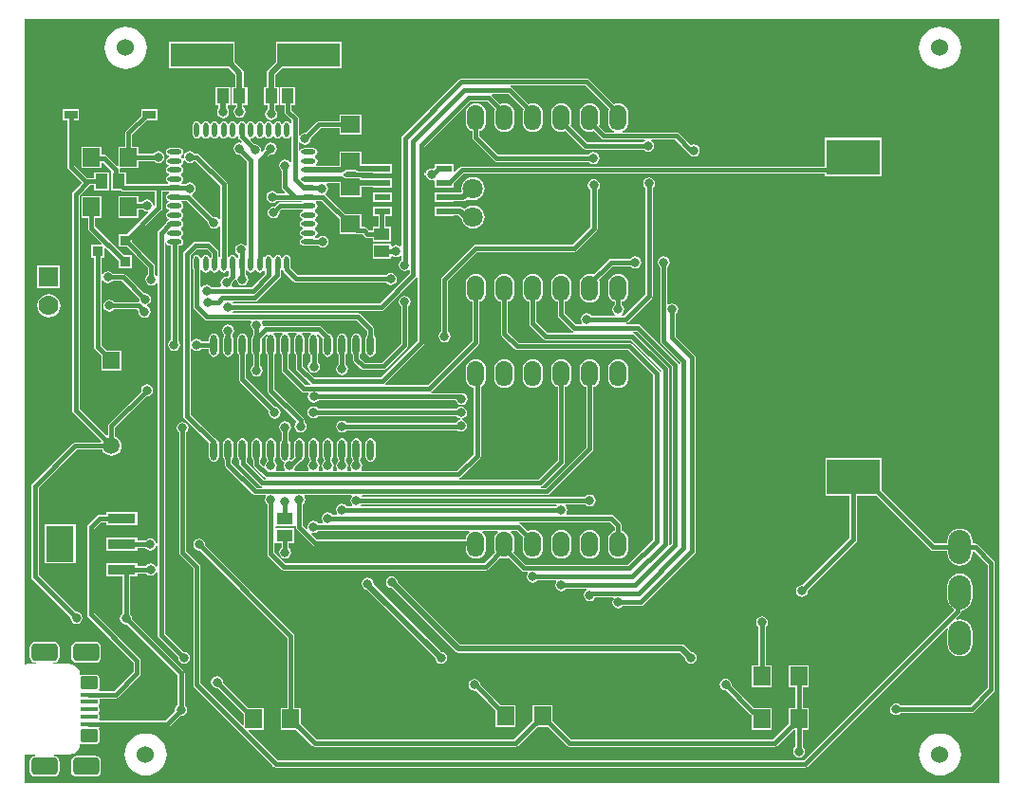
<source format=gtl>
G04*
G04 #@! TF.GenerationSoftware,Altium Limited,Altium Designer,20.2.6 (244)*
G04*
G04 Layer_Physical_Order=1*
G04 Layer_Color=255*
%FSTAX24Y24*%
%MOIN*%
G70*
G04*
G04 #@! TF.SameCoordinates,210E5C92-376B-490F-B415-5E6AA8125FEF*
G04*
G04*
G04 #@! TF.FilePolarity,Positive*
G04*
G01*
G75*
%ADD24R,0.0980X0.1260*%
%ADD25R,0.0980X0.0350*%
%ADD26R,0.0374X0.0354*%
G04:AMPARAMS|DCode=27|XSize=59.1mil|YSize=47.2mil|CornerRadius=4.7mil|HoleSize=0mil|Usage=FLASHONLY|Rotation=0.000|XOffset=0mil|YOffset=0mil|HoleType=Round|Shape=RoundedRectangle|*
%AMROUNDEDRECTD27*
21,1,0.0591,0.0378,0,0,0.0*
21,1,0.0496,0.0472,0,0,0.0*
1,1,0.0094,0.0248,-0.0189*
1,1,0.0094,-0.0248,-0.0189*
1,1,0.0094,-0.0248,0.0189*
1,1,0.0094,0.0248,0.0189*
%
%ADD27ROUNDEDRECTD27*%
G04:AMPARAMS|DCode=28|XSize=59.1mil|YSize=13.8mil|CornerRadius=1.4mil|HoleSize=0mil|Usage=FLASHONLY|Rotation=0.000|XOffset=0mil|YOffset=0mil|HoleType=Round|Shape=RoundedRectangle|*
%AMROUNDEDRECTD28*
21,1,0.0591,0.0110,0,0,0.0*
21,1,0.0563,0.0138,0,0,0.0*
1,1,0.0028,0.0282,-0.0055*
1,1,0.0028,-0.0282,-0.0055*
1,1,0.0028,-0.0282,0.0055*
1,1,0.0028,0.0282,0.0055*
%
%ADD28ROUNDEDRECTD28*%
%ADD29R,0.0600X0.0650*%
%ADD30R,0.1882X0.1240*%
%ADD31R,0.0551X0.0433*%
%ADD32O,0.0236X0.0728*%
%ADD33R,0.0433X0.0551*%
%ADD34R,0.0472X0.0315*%
%ADD35R,0.0650X0.0600*%
%ADD36R,0.0575X0.0210*%
%ADD37R,0.2205X0.0827*%
%ADD38O,0.0512X0.0177*%
%ADD39O,0.0177X0.0512*%
%ADD64C,0.0150*%
%ADD65C,0.0200*%
%ADD66O,0.0600X0.0900*%
%ADD67R,0.0700X0.0700*%
%ADD68C,0.0700*%
G04:AMPARAMS|DCode=69|XSize=94.5mil|YSize=63mil|CornerRadius=15.7mil|HoleSize=0mil|Usage=FLASHONLY|Rotation=0.000|XOffset=0mil|YOffset=0mil|HoleType=Round|Shape=RoundedRectangle|*
%AMROUNDEDRECTD69*
21,1,0.0945,0.0315,0,0,0.0*
21,1,0.0630,0.0630,0,0,0.0*
1,1,0.0315,0.0315,-0.0157*
1,1,0.0315,-0.0315,-0.0157*
1,1,0.0315,-0.0315,0.0157*
1,1,0.0315,0.0315,0.0157*
%
%ADD69ROUNDEDRECTD69*%
%ADD70C,0.0600*%
%ADD71R,0.0591X0.0591*%
%ADD72C,0.0591*%
%ADD73O,0.0787X0.1200*%
%ADD74C,0.0709*%
%ADD75C,0.0315*%
G36*
X04425Y01D02*
X01005D01*
X01Y01D01*
Y010993D01*
X01005Y011013D01*
X01008Y011D01*
X010393D01*
X010395Y010951D01*
X010314Y010935D01*
X010245Y010889D01*
X0102Y010821D01*
X010183Y01074D01*
Y010425D01*
X0102Y010344D01*
X010245Y010275D01*
X010314Y010229D01*
X010395Y010213D01*
X011025D01*
X011106Y010229D01*
X011174Y010275D01*
X01122Y010344D01*
X011236Y010425D01*
Y01074D01*
X01122Y010821D01*
X011174Y010889D01*
X011106Y010935D01*
X011025Y010951D01*
X011027Y011D01*
X011606D01*
X011611Y011003D01*
X011616Y011001D01*
X011677Y011014D01*
X011682Y011017D01*
X011687D01*
X011745Y01104D01*
X011749Y011044D01*
X011754Y011045D01*
X011806Y01108D01*
X011809Y011084D01*
X011814Y011087D01*
X011858Y01113D01*
X01186Y011136D01*
X011864Y011139D01*
X011899Y01119D01*
X0119Y011196D01*
X011904Y0112D01*
X011928Y011257D01*
Y011262D01*
X011931Y011267D01*
X011943Y011328D01*
X011942Y011333D01*
X011944Y011339D01*
Y011361D01*
X011962Y011376D01*
X011994Y011388D01*
X011999Y011384D01*
X012037Y011377D01*
X012533D01*
X012571Y011384D01*
X012603Y011406D01*
X012624Y011438D01*
X012632Y011476D01*
Y011854D01*
X012624Y011892D01*
X012618Y011901D01*
X012645Y011951D01*
X015008D01*
X015057Y01196D01*
X015098Y011988D01*
X015474Y012364D01*
X0155Y012358D01*
X015581Y012375D01*
X01565Y01242D01*
X015695Y012489D01*
X015712Y01257D01*
X015695Y012651D01*
X01565Y01272D01*
X015627Y012734D01*
Y01385D01*
X015618Y013899D01*
X01559Y01394D01*
X013776Y015754D01*
X013782Y01578D01*
X013765Y015861D01*
X01372Y01593D01*
X013697Y015944D01*
Y017273D01*
X013965D01*
Y017372D01*
X014276D01*
X01429Y01735D01*
X014359Y017305D01*
X01444Y017288D01*
X014521Y017305D01*
X01459Y01735D01*
X014623Y0174D01*
X014673Y017385D01*
Y01521D01*
X014682Y015161D01*
X01471Y01512D01*
X015404Y014426D01*
X015398Y0144D01*
X015415Y014319D01*
X01546Y01425D01*
X015529Y014205D01*
X01561Y014188D01*
X015691Y014205D01*
X01576Y01425D01*
X015805Y014319D01*
X015822Y0144D01*
X015805Y014481D01*
X01576Y01455D01*
X015691Y014595D01*
X01561Y014612D01*
X015584Y014606D01*
X014927Y015263D01*
Y028995D01*
X014977Y029D01*
X014982Y028976D01*
X015013Y02893D01*
X015059Y028899D01*
X015113Y028889D01*
X015142D01*
Y025571D01*
X01511Y02555D01*
X015065Y025481D01*
X015048Y0254D01*
X015065Y025319D01*
X01511Y02525D01*
X015179Y025205D01*
X01526Y025188D01*
X015341Y025205D01*
X01541Y02525D01*
X015455Y025319D01*
X015472Y0254D01*
X015455Y025481D01*
X01541Y02555D01*
X015397Y025558D01*
Y028889D01*
X015447D01*
X015501Y028899D01*
X015547Y02893D01*
X015578Y028976D01*
X015589Y02903D01*
X015578Y029084D01*
X015547Y02913D01*
X015501Y02916D01*
X015494Y029162D01*
Y029213D01*
X015501Y029214D01*
X015547Y029245D01*
X015578Y029291D01*
X015589Y029345D01*
X015578Y029399D01*
X015547Y029445D01*
X015501Y029475D01*
X015494Y029477D01*
Y029528D01*
X015501Y029529D01*
X015547Y02956D01*
X015578Y029606D01*
X015589Y02966D01*
X015578Y029714D01*
X015547Y02976D01*
X015501Y02979D01*
X015494Y029792D01*
Y029843D01*
X015501Y029844D01*
X015547Y029875D01*
X015578Y029921D01*
X015589Y029975D01*
X015578Y030029D01*
X015547Y030075D01*
X015501Y030105D01*
X015494Y030107D01*
Y030158D01*
X015501Y030159D01*
X015547Y03019D01*
X015578Y030236D01*
X015589Y03029D01*
X015578Y030344D01*
X015547Y03039D01*
X015532Y0304D01*
X015526Y030462D01*
X015542Y030477D01*
X015702D01*
X016454Y029726D01*
X016448Y0297D01*
X016465Y029619D01*
X01651Y02955D01*
X016579Y029505D01*
X01666Y029488D01*
X016741Y029505D01*
X01681Y02955D01*
X016827Y029577D01*
X016877Y029562D01*
Y028521D01*
X016827Y028501D01*
X016817Y028512D01*
Y02867D01*
X016808Y028719D01*
X01678Y02876D01*
X01655Y02899D01*
X016509Y029018D01*
X01646Y029027D01*
X01601D01*
X015961Y029018D01*
X01592Y02899D01*
X01562Y02869D01*
X015592Y028649D01*
X015583Y0286D01*
Y022906D01*
X015592Y022857D01*
X01562Y022815D01*
X016489Y021947D01*
Y021463D01*
X016502Y021398D01*
X016539Y021342D01*
X016594Y021305D01*
X01666Y021292D01*
X016726Y021305D01*
X016781Y021342D01*
X016818Y021398D01*
X016831Y021463D01*
Y021956D01*
X016818Y022021D01*
X016781Y022077D01*
X016726Y022114D01*
X016671Y022125D01*
X015837Y022958D01*
Y02527D01*
X015887Y025285D01*
X01591Y02525D01*
X015979Y025205D01*
X01606Y025188D01*
X016141Y025205D01*
X01621Y02525D01*
X016224Y025273D01*
X016489D01*
Y025144D01*
X016502Y025079D01*
X016539Y025023D01*
X016594Y024986D01*
X01666Y024973D01*
X016726Y024986D01*
X016781Y025023D01*
X016818Y025079D01*
X016831Y025144D01*
Y025637D01*
X016818Y025702D01*
X016781Y025758D01*
X016726Y025795D01*
X01666Y025808D01*
X016594Y025795D01*
X016539Y025758D01*
X016502Y025702D01*
X016489Y025637D01*
Y025527D01*
X016224D01*
X01621Y02555D01*
X016141Y025595D01*
X01606Y025612D01*
X015979Y025595D01*
X01591Y02555D01*
X015887Y025515D01*
X015837Y02553D01*
Y028547D01*
X016063Y028773D01*
X016407D01*
X016562Y028617D01*
Y028476D01*
X016559Y028471D01*
X016558Y028464D01*
X016507D01*
X016506Y028471D01*
X016475Y028517D01*
X016429Y028548D01*
X016375Y028559D01*
X016321Y028548D01*
X016275Y028517D01*
X016244Y028471D01*
X016243Y028464D01*
X016192D01*
X016191Y028471D01*
X01616Y028517D01*
X016114Y028548D01*
X01606Y028559D01*
X016006Y028548D01*
X01596Y028517D01*
X015929Y028471D01*
X015919Y028417D01*
Y028083D01*
X015929Y028029D01*
X015933Y028024D01*
Y02675D01*
X015942Y026701D01*
X01597Y02666D01*
X01633Y0263D01*
X016371Y026272D01*
X01642Y026263D01*
X017959D01*
X017986Y026213D01*
X017965Y026181D01*
X017948Y0261D01*
X017965Y026019D01*
X01801Y02595D01*
X018033Y025936D01*
Y025748D01*
X018002Y025702D01*
X017989Y025637D01*
Y025144D01*
X018002Y025079D01*
X018033Y025033D01*
Y024664D01*
X01801Y02465D01*
X017965Y024581D01*
X017948Y0245D01*
X017965Y024419D01*
X01801Y02435D01*
X018079Y024305D01*
X01816Y024288D01*
X018241Y024305D01*
X01831Y02435D01*
X018355Y024419D01*
X018372Y0245D01*
X018355Y024581D01*
X01831Y02465D01*
X018287Y024664D01*
Y025033D01*
X018318Y025079D01*
X018331Y025144D01*
Y025628D01*
X018501Y025797D01*
X018508Y025796D01*
X018512Y025791D01*
X018527Y02574D01*
X018502Y025702D01*
X018489Y025637D01*
Y025144D01*
X018502Y025079D01*
X018533Y025033D01*
Y0238D01*
X018542Y023751D01*
X01857Y02371D01*
X019544Y022736D01*
X01955Y02268D01*
X019505Y022611D01*
X019488Y02253D01*
X019505Y022449D01*
X01955Y02238D01*
X019619Y022335D01*
X0197Y022318D01*
X019781Y022335D01*
X01985Y02238D01*
X019895Y022449D01*
X019912Y02253D01*
X019895Y022611D01*
X01985Y02268D01*
X019827Y022694D01*
Y02276D01*
X019818Y022809D01*
X01979Y02285D01*
X018787Y023853D01*
Y025033D01*
X018818Y025079D01*
X018831Y025144D01*
Y025637D01*
X018818Y025702D01*
X018781Y025758D01*
X018759Y025773D01*
X018774Y025823D01*
X019046D01*
X019061Y025773D01*
X019039Y025758D01*
X019002Y025702D01*
X018989Y025637D01*
Y025144D01*
X019002Y025079D01*
X019033Y025033D01*
Y02452D01*
X019042Y024471D01*
X01907Y02443D01*
X019727Y023772D01*
X019769Y023745D01*
X019818Y023735D01*
X019964D01*
X019991Y023685D01*
X019975Y023661D01*
X019958Y02358D01*
X019975Y023499D01*
X02002Y02343D01*
X020089Y023385D01*
X02017Y023368D01*
X020251Y023385D01*
X02032Y02343D01*
X020334Y023453D01*
X025158D01*
X025165Y023419D01*
X02521Y02335D01*
X025279Y023305D01*
X02536Y023288D01*
X025441Y023305D01*
X02551Y02335D01*
X025555Y023419D01*
X025572Y0235D01*
X025555Y023581D01*
X02551Y02365D01*
X025441Y023695D01*
X02536Y023712D01*
X02531Y023702D01*
X02528Y023707D01*
X024305D01*
X02429Y023757D01*
X024313Y023772D01*
X02595Y02541D01*
X025978Y025451D01*
X025987Y0255D01*
Y026924D01*
X026037Y026944D01*
X02611Y027D01*
X026166Y027073D01*
X026201Y027159D01*
X026213Y02725D01*
Y02755D01*
X026201Y027641D01*
X026166Y027727D01*
X02611Y0278D01*
X026037Y027856D01*
X025951Y027891D01*
X02586Y027903D01*
X025769Y027891D01*
X025683Y027856D01*
X02561Y0278D01*
X025554Y027727D01*
X025519Y027641D01*
X025507Y02755D01*
Y02725D01*
X025519Y027159D01*
X025554Y027073D01*
X02561Y027D01*
X025683Y026944D01*
X025733Y026924D01*
Y025553D01*
X02417Y02399D01*
X022682D01*
X022674Y024D01*
X022663Y02404D01*
X02402Y025397D01*
X024048Y025438D01*
X024057Y025487D01*
Y03135D01*
X024107Y031355D01*
X024115Y031319D01*
X02416Y03125D01*
X024229Y031205D01*
X02431Y031188D01*
X024345Y031195D01*
X024395Y031154D01*
Y030945D01*
X02507D01*
Y031075D01*
X025418Y031423D01*
X038119D01*
Y03134D01*
X040101D01*
Y03268D01*
X038119D01*
Y031677D01*
X025365D01*
X025316Y031668D01*
X025275Y03164D01*
X02512Y031485D01*
X02507Y031506D01*
Y031755D01*
X024395D01*
Y031638D01*
X024354Y031603D01*
X02431Y031612D01*
X024229Y031595D01*
X02416Y03155D01*
X024115Y031481D01*
X024107Y031445D01*
X024057Y03145D01*
Y032367D01*
X025663Y033973D01*
X026257D01*
X026539Y03369D01*
X026519Y033641D01*
X026507Y03355D01*
Y03325D01*
X026519Y033159D01*
X026554Y033073D01*
X02661Y033D01*
X026683Y032944D01*
X026769Y032909D01*
X02686Y032897D01*
X026951Y032909D01*
X027037Y032944D01*
X02711Y033D01*
X027166Y033073D01*
X027201Y033159D01*
X027213Y03325D01*
Y03355D01*
X027201Y033641D01*
X027166Y033727D01*
X02711Y0338D01*
X027037Y033856D01*
X026951Y033891D01*
X02686Y033903D01*
X026769Y033891D01*
X02672Y033871D01*
X026418Y034173D01*
X026438Y034223D01*
X027007D01*
X027539Y03369D01*
X027519Y033641D01*
X027507Y03355D01*
Y03325D01*
X027519Y033159D01*
X027554Y033073D01*
X02761Y033D01*
X027683Y032944D01*
X027769Y032909D01*
X02786Y032897D01*
X027951Y032909D01*
X028037Y032944D01*
X02811Y033D01*
X028166Y033073D01*
X028201Y033159D01*
X028213Y03325D01*
Y03355D01*
X028201Y033641D01*
X028166Y033727D01*
X02811Y0338D01*
X028037Y033856D01*
X027951Y033891D01*
X02786Y033903D01*
X027769Y033891D01*
X02772Y033871D01*
X02715Y03444D01*
X027109Y034468D01*
X027085Y034473D01*
X02709Y034523D01*
X029707D01*
X030539Y03369D01*
X030519Y033641D01*
X030507Y03355D01*
Y03325D01*
X030519Y033159D01*
X030554Y033073D01*
X03061Y033D01*
X030683Y032944D01*
X030724Y032927D01*
X030714Y032877D01*
X030413D01*
X030181Y03311D01*
X030201Y033159D01*
X030213Y03325D01*
Y03355D01*
X030201Y033641D01*
X030166Y033727D01*
X03011Y0338D01*
X030037Y033856D01*
X029951Y033891D01*
X02986Y033903D01*
X029769Y033891D01*
X029683Y033856D01*
X02961Y0338D01*
X029554Y033727D01*
X029519Y033641D01*
X029507Y03355D01*
Y03325D01*
X029519Y033159D01*
X029554Y033073D01*
X02961Y033D01*
X029683Y032944D01*
X029769Y032909D01*
X02986Y032897D01*
X029951Y032909D01*
X03Y032929D01*
X03027Y03266D01*
X030311Y032632D01*
X03036Y032623D01*
X03178D01*
X031795Y032573D01*
X03176Y03255D01*
X031746Y032527D01*
X029763D01*
X029181Y03311D01*
X029201Y033159D01*
X029213Y03325D01*
Y03355D01*
X029201Y033641D01*
X029166Y033727D01*
X02911Y0338D01*
X029037Y033856D01*
X028951Y033891D01*
X02886Y033903D01*
X028769Y033891D01*
X028683Y033856D01*
X02861Y0338D01*
X028554Y033727D01*
X028519Y033641D01*
X028507Y03355D01*
Y03325D01*
X028519Y033159D01*
X028554Y033073D01*
X02861Y033D01*
X028683Y032944D01*
X028769Y032909D01*
X02886Y032897D01*
X028951Y032909D01*
X029Y032929D01*
X02962Y03231D01*
X029661Y032282D01*
X02971Y032273D01*
X031746D01*
X03176Y03225D01*
X031829Y032205D01*
X03191Y032188D01*
X031991Y032205D01*
X03206Y03225D01*
X032105Y032319D01*
X032122Y0324D01*
X032105Y032481D01*
X03206Y03255D01*
X032025Y032573D01*
X03204Y032623D01*
X032857D01*
X033315Y032164D01*
X033317Y032154D01*
X033363Y032085D01*
X033432Y03204D01*
X033513Y032023D01*
X033594Y03204D01*
X033663Y032085D01*
X033708Y032154D01*
X033724Y032235D01*
X033708Y032316D01*
X033663Y032385D01*
X033594Y03243D01*
X033513Y032447D01*
X033432Y03243D01*
X033419Y032422D01*
X033Y03284D01*
X032959Y032868D01*
X03291Y032877D01*
X031006D01*
X030996Y032927D01*
X031037Y032944D01*
X03111Y033D01*
X031166Y033073D01*
X031201Y033159D01*
X031213Y03325D01*
Y03355D01*
X031201Y033641D01*
X031166Y033727D01*
X03111Y0338D01*
X031037Y033856D01*
X030951Y033891D01*
X03086Y033903D01*
X030769Y033891D01*
X03072Y033871D01*
X02985Y03474D01*
X029809Y034768D01*
X02976Y034777D01*
X02536D01*
X025311Y034768D01*
X02527Y03474D01*
X02328Y03275D01*
X023252Y032709D01*
X023243Y03266D01*
Y028883D01*
X023193Y028861D01*
X02314Y028897D01*
X023059Y028913D01*
X022978Y028897D01*
X022936Y028868D01*
X022886Y028895D01*
Y028971D01*
X022234D01*
Y028438D01*
X022886D01*
Y028507D01*
X022936Y028534D01*
X022978Y028506D01*
X023059Y02849D01*
X02314Y028506D01*
X023193Y028541D01*
X023243Y02852D01*
Y028381D01*
X02321Y02836D01*
X023165Y028291D01*
X023148Y02821D01*
X023165Y028129D01*
X02321Y02806D01*
X023279Y028015D01*
X02336Y027998D01*
X023441Y028015D01*
X023483Y028042D01*
X023533Y028016D01*
Y027903D01*
X022477Y026847D01*
X017344D01*
X017326Y026873D01*
X01735Y026923D01*
X018093D01*
X018142Y026932D01*
X018183Y02696D01*
X01898Y027756D01*
X019007Y027797D01*
X019017Y027846D01*
Y028016D01*
X019025Y028029D01*
X019027Y028036D01*
X019078D01*
X019079Y028029D01*
X01911Y027983D01*
X019115Y027979D01*
X019125Y027965D01*
X01946Y02763D01*
X019501Y027602D01*
X01955Y027593D01*
X022706D01*
X02272Y02757D01*
X022789Y027525D01*
X02287Y027508D01*
X022951Y027525D01*
X02302Y02757D01*
X023065Y027639D01*
X023082Y02772D01*
X023065Y027801D01*
X02302Y02787D01*
X022951Y027915D01*
X02287Y027932D01*
X022789Y027915D01*
X02272Y02787D01*
X022706Y027847D01*
X019603D01*
X019351Y028099D01*
Y028417D01*
X01934Y028471D01*
X01931Y028517D01*
X019264Y028548D01*
X01921Y028559D01*
X019156Y028548D01*
X01911Y028517D01*
X019079Y028471D01*
X019078Y028464D01*
X019027D01*
X019025Y028471D01*
X018995Y028517D01*
X018949Y028548D01*
X018895Y028559D01*
X018841Y028548D01*
X018795Y028517D01*
X018764Y028471D01*
X018763Y028464D01*
X018712D01*
X01871Y028471D01*
X01868Y028517D01*
X018634Y028548D01*
X01858Y028559D01*
X018526Y028548D01*
X01848Y028517D01*
X01847Y028502D01*
X018407Y028496D01*
X018392Y028512D01*
Y031852D01*
X018634Y032094D01*
X01866Y032088D01*
X018741Y032105D01*
X01881Y03215D01*
X018855Y032219D01*
X018872Y0323D01*
X018855Y032381D01*
X01881Y03245D01*
X018741Y032495D01*
X01866Y032512D01*
X018579Y032495D01*
X01851Y03245D01*
X018465Y032381D01*
X018448Y0323D01*
X018454Y032274D01*
X018358Y032179D01*
X018312Y032203D01*
X018322Y03225D01*
X018305Y032331D01*
X01826Y0324D01*
X018191Y032445D01*
X01811Y032462D01*
X018084Y032456D01*
X017938Y032602D01*
X017944Y032626D01*
X017958Y032653D01*
X018004Y032662D01*
X01805Y032692D01*
X01808Y032738D01*
X018082Y032745D01*
X018133D01*
X018134Y032738D01*
X018165Y032692D01*
X018211Y032662D01*
X018265Y032651D01*
X018319Y032662D01*
X018365Y032692D01*
X018395Y032738D01*
X018397Y032745D01*
X018448D01*
X018449Y032738D01*
X01848Y032692D01*
X018526Y032662D01*
X01858Y032651D01*
X018634Y032662D01*
X01868Y032692D01*
X01871Y032738D01*
X018712Y032745D01*
X018763D01*
X018764Y032738D01*
X018795Y032692D01*
X018841Y032662D01*
X018895Y032651D01*
X018949Y032662D01*
X018995Y032692D01*
X019025Y032738D01*
X019027Y032745D01*
X019078D01*
X019079Y032738D01*
X01911Y032692D01*
X019156Y032662D01*
X01921Y032651D01*
X019264Y032662D01*
X01931Y032692D01*
X019333Y032727D01*
X019383Y032714D01*
Y03183D01*
X019333Y031815D01*
X01931Y03185D01*
X019241Y031895D01*
X01916Y031912D01*
X019079Y031895D01*
X01901Y03185D01*
X018965Y031781D01*
X018948Y0317D01*
X018965Y031619D01*
X01901Y03155D01*
X019033Y031536D01*
Y030952D01*
X019042Y030904D01*
X01907Y030862D01*
X019156Y030776D01*
X019137Y03073D01*
X018873D01*
X01886Y03075D01*
X018791Y030795D01*
X01871Y030812D01*
X018629Y030795D01*
X01856Y03075D01*
X018515Y030681D01*
X018498Y0306D01*
X018515Y030519D01*
X01856Y03045D01*
X018629Y030405D01*
X01871Y030388D01*
X018791Y030405D01*
X01886Y03045D01*
X018876Y030475D01*
X01972D01*
X019729Y030461D01*
X019711Y030422D01*
X018985D01*
X018936Y030413D01*
X018895Y030385D01*
X018776Y030266D01*
X01875Y030272D01*
X018669Y030255D01*
X0186Y03021D01*
X018555Y030141D01*
X018538Y03006D01*
X018555Y029979D01*
X0186Y02991D01*
X018669Y029865D01*
X01875Y029848D01*
X018831Y029865D01*
X0189Y02991D01*
X018945Y029979D01*
X018962Y03006D01*
X018956Y030086D01*
X019038Y030167D01*
X019756D01*
X019768Y030159D01*
X019775Y030158D01*
Y030107D01*
X019768Y030105D01*
X019722Y030075D01*
X019692Y030029D01*
X019681Y029975D01*
X019692Y029921D01*
X019722Y029875D01*
X019768Y029844D01*
X019775Y029843D01*
Y029792D01*
X019768Y02979D01*
X019722Y02976D01*
X019692Y029714D01*
X019681Y02966D01*
X019692Y029606D01*
X019722Y02956D01*
X019768Y029529D01*
X019775Y029528D01*
Y029477D01*
X019768Y029475D01*
X019722Y029445D01*
X019692Y029399D01*
X019681Y029345D01*
X019692Y029291D01*
X019722Y029245D01*
X019768Y029214D01*
X019775Y029213D01*
Y029162D01*
X019768Y02916D01*
X019722Y02913D01*
X019692Y029084D01*
X019681Y02903D01*
X019692Y028976D01*
X019722Y02893D01*
X019768Y028899D01*
X019822Y028889D01*
X020157D01*
X020211Y028899D01*
X020216Y028902D01*
X020312D01*
X020327Y02888D01*
X020395Y028834D01*
X020476Y028818D01*
X020557Y028834D01*
X020626Y02888D01*
X020672Y028949D01*
X020688Y02903D01*
X020672Y029111D01*
X020626Y02918D01*
X020557Y029225D01*
X020476Y029241D01*
X020395Y029225D01*
X020327Y02918D01*
X020312Y029157D01*
X020216D01*
X020211Y02916D01*
X020204Y029162D01*
Y029213D01*
X020211Y029214D01*
X020257Y029245D01*
X020287Y029291D01*
X020298Y029345D01*
X020287Y029399D01*
X020257Y029445D01*
X020211Y029475D01*
X020204Y029477D01*
Y029528D01*
X020211Y029529D01*
X020257Y02956D01*
X020287Y029606D01*
X020298Y02966D01*
X020287Y029714D01*
X020257Y02976D01*
X020211Y02979D01*
X020204Y029792D01*
Y029843D01*
X020211Y029844D01*
X020257Y029875D01*
X020287Y029921D01*
X020298Y029975D01*
X020287Y030029D01*
X020257Y030075D01*
X020211Y030105D01*
X020204Y030107D01*
Y030158D01*
X020211Y030159D01*
X020257Y03019D01*
X020287Y030236D01*
X020298Y03029D01*
X020287Y030344D01*
X020257Y03039D01*
X020242Y0304D01*
X020236Y030462D01*
X020252Y030477D01*
X020427D01*
X021085Y02982D01*
Y0293D01*
X021673D01*
X021685Y029298D01*
X021877D01*
X021969Y029205D01*
X022011Y029178D01*
X022059Y029168D01*
X022234D01*
Y029029D01*
X022886D01*
Y029562D01*
X022687D01*
Y029945D01*
X022925D01*
Y030255D01*
X02225D01*
Y029945D01*
X022433D01*
Y029562D01*
X022234D01*
Y029423D01*
X022112D01*
X02202Y029515D01*
X021978Y029543D01*
X02193Y029552D01*
X021835D01*
Y03D01*
X021265D01*
X020589Y030676D01*
X020589Y030737D01*
X02061Y03075D01*
X020655Y030819D01*
X020672Y0309D01*
X020655Y030981D01*
X020622Y031032D01*
X020645Y031082D01*
X021085D01*
Y0306D01*
X021835D01*
Y030947D01*
X02225D01*
Y030945D01*
X022925D01*
Y031255D01*
X02225D01*
Y031253D01*
X021835D01*
Y0313D01*
X021301D01*
X021258Y031343D01*
X021222Y031367D01*
X021215Y03141D01*
X021218Y031425D01*
X021243Y031441D01*
X021301Y0315D01*
X021619D01*
X021627Y031492D01*
X021676Y031459D01*
X021735Y031447D01*
X02225D01*
Y031445D01*
X022925D01*
Y031755D01*
X02225D01*
Y031753D01*
X021835D01*
Y0322D01*
X021085D01*
Y031716D01*
X021071Y031703D01*
X020254D01*
X020239Y031753D01*
X020257Y031765D01*
X020287Y03181D01*
X020298Y031865D01*
X020287Y031919D01*
X020257Y031964D01*
X020211Y031995D01*
X020204Y031997D01*
Y032048D01*
X020211Y032049D01*
X020257Y03208D01*
X020287Y032125D01*
X020298Y03218D01*
X020287Y032234D01*
X020257Y032279D01*
X020211Y03231D01*
X020157Y032321D01*
X019822D01*
X019768Y03231D01*
X019722Y032279D01*
X019692Y032234D01*
X019687Y032212D01*
X019637Y032217D01*
Y03252D01*
X019687Y032535D01*
X01971Y0325D01*
X019779Y032455D01*
X01986Y032438D01*
X019941Y032455D01*
X02001Y0325D01*
X020055Y032569D01*
X020072Y03265D01*
X020066Y032676D01*
X020413Y033023D01*
X021085D01*
Y0328D01*
X021835D01*
Y0335D01*
X021085D01*
Y033277D01*
X02036D01*
X020311Y033268D01*
X02027Y03324D01*
X019886Y032856D01*
X01986Y032862D01*
X019779Y032845D01*
X01971Y0328D01*
X019687Y032765D01*
X019637Y03278D01*
Y03335D01*
X019628Y033399D01*
X0196Y03344D01*
X019383Y033658D01*
Y033824D01*
X019522D01*
Y034476D01*
X018989D01*
Y033824D01*
X019128D01*
Y033605D01*
X019138Y033556D01*
X019165Y033515D01*
X019383Y033297D01*
Y033204D01*
X019333Y033192D01*
X01931Y033227D01*
X019264Y033257D01*
X01921Y033268D01*
X019156Y033257D01*
X01911Y033227D01*
X019079Y033181D01*
X019078Y033174D01*
X019027D01*
X019025Y033181D01*
X018995Y033227D01*
X018949Y033257D01*
X018895Y033268D01*
X018841Y033257D01*
X018795Y033227D01*
X018764Y033181D01*
X018763Y033174D01*
X018712D01*
X01871Y033181D01*
X01868Y033227D01*
X018634Y033257D01*
X01858Y033268D01*
X018526Y033257D01*
X01848Y033227D01*
X018449Y033181D01*
X018448Y033174D01*
X018397D01*
X018395Y033181D01*
X018365Y033227D01*
X018319Y033257D01*
X018265Y033268D01*
X018211Y033257D01*
X018165Y033227D01*
X018134Y033181D01*
X018133Y033174D01*
X018082D01*
X01808Y033181D01*
X01805Y033227D01*
X018004Y033257D01*
X01795Y033268D01*
X017896Y033257D01*
X01785Y033227D01*
X017819Y033181D01*
X017818Y033174D01*
X017767D01*
X017765Y033181D01*
X017735Y033227D01*
X017689Y033257D01*
X017635Y033268D01*
X017581Y033257D01*
X017535Y033227D01*
X017504Y033181D01*
X017503Y033174D01*
X017452D01*
X01745Y033181D01*
X01742Y033227D01*
X017374Y033257D01*
X01732Y033268D01*
X017266Y033257D01*
X01722Y033227D01*
X017189Y033181D01*
X017188Y033174D01*
X017137D01*
X017135Y033181D01*
X017105Y033227D01*
X017059Y033257D01*
X017005Y033268D01*
X016951Y033257D01*
X016905Y033227D01*
X016874Y033181D01*
X016873Y033174D01*
X016822D01*
X01682Y033181D01*
X01679Y033227D01*
X016744Y033257D01*
X01669Y033268D01*
X016636Y033257D01*
X01659Y033227D01*
X016559Y033181D01*
X016558Y033174D01*
X016507D01*
X016506Y033181D01*
X016475Y033227D01*
X016429Y033257D01*
X016375Y033268D01*
X016321Y033257D01*
X016275Y033227D01*
X016244Y033181D01*
X016243Y033174D01*
X016192D01*
X016191Y033181D01*
X01616Y033227D01*
X016114Y033257D01*
X01606Y033268D01*
X016006Y033257D01*
X01596Y033227D01*
X015929Y033181D01*
X015919Y033127D01*
Y032792D01*
X015929Y032738D01*
X01596Y032692D01*
X016006Y032662D01*
X01606Y032651D01*
X016114Y032662D01*
X01616Y032692D01*
X016191Y032738D01*
X016192Y032745D01*
X016243D01*
X016244Y032738D01*
X016275Y032692D01*
X016321Y032662D01*
X016375Y032651D01*
X016429Y032662D01*
X016475Y032692D01*
X016506Y032738D01*
X016507Y032745D01*
X016558D01*
X016559Y032738D01*
X01659Y032692D01*
X016636Y032662D01*
X01669Y032651D01*
X016744Y032662D01*
X01679Y032692D01*
X01682Y032738D01*
X016822Y032745D01*
X016873D01*
X016874Y032738D01*
X016905Y032692D01*
X016951Y032662D01*
X017005Y032651D01*
X017059Y032662D01*
X017105Y032692D01*
X017135Y032738D01*
X017137Y032745D01*
X017188D01*
X017189Y032738D01*
X01722Y032692D01*
X017266Y032662D01*
X01732Y032651D01*
X017374Y032662D01*
X01742Y032692D01*
X01745Y032738D01*
X0175Y032729D01*
X017507Y032725D01*
X017517Y032676D01*
X017545Y032635D01*
X017631Y032548D01*
X017607Y032502D01*
X01756Y032512D01*
X017479Y032495D01*
X01741Y03245D01*
X017365Y032381D01*
X017348Y0323D01*
X017365Y032219D01*
X01741Y03215D01*
X017479Y032105D01*
X01756Y032088D01*
X017586Y032094D01*
X017822Y031857D01*
Y028896D01*
X017772Y028881D01*
X01776Y0289D01*
X017691Y028945D01*
X01761Y028962D01*
X017529Y028945D01*
X01746Y0289D01*
X017415Y028831D01*
X017398Y02875D01*
X017415Y028669D01*
X01746Y0286D01*
X017507Y028569D01*
Y028476D01*
X017504Y028471D01*
X017503Y028464D01*
X017452D01*
X01745Y028471D01*
X01742Y028517D01*
X017374Y028548D01*
X01732Y028559D01*
X017266Y028548D01*
X01722Y028517D01*
X01721Y028502D01*
X017147Y028496D01*
X017132Y028512D01*
Y031055D01*
X017123Y031104D01*
X017095Y031145D01*
X01615Y03209D01*
X016109Y032118D01*
X01606Y032127D01*
X015974D01*
X01596Y03215D01*
X015891Y032195D01*
X01581Y032212D01*
X015729Y032195D01*
X01566Y03215D01*
X015615Y032081D01*
X015598Y032D01*
X015605Y031969D01*
X015558Y031949D01*
X015547Y031964D01*
X015501Y031995D01*
X015494Y031997D01*
Y032048D01*
X015501Y032049D01*
X015547Y03208D01*
X015578Y032125D01*
X015589Y03218D01*
X015578Y032234D01*
X015547Y032279D01*
X015501Y03231D01*
X015447Y032321D01*
X015113D01*
X015059Y03231D01*
X015013Y032279D01*
X014982Y032234D01*
X014971Y03218D01*
X014982Y032125D01*
X015013Y03208D01*
X015059Y032049D01*
X015066Y032048D01*
Y031997D01*
X015059Y031995D01*
X015013Y031964D01*
X014982Y031919D01*
X014971Y031865D01*
X014982Y03181D01*
X015013Y031765D01*
X015059Y031734D01*
X015066Y031733D01*
Y031682D01*
X015059Y03168D01*
X015013Y03165D01*
X014982Y031604D01*
X014971Y03155D01*
X014982Y031496D01*
X015013Y03145D01*
X015059Y031419D01*
X015066Y031418D01*
Y031367D01*
X015059Y031365D01*
X015013Y031335D01*
X014982Y031289D01*
X014971Y031235D01*
X014982Y031181D01*
X015013Y031135D01*
X015028Y031125D01*
X015034Y031062D01*
X015018Y031047D01*
X013572D01*
Y031476D01*
X01333D01*
Y031558D01*
X013326Y031575D01*
X013363Y031625D01*
X013364Y031625D01*
X01401D01*
Y031873D01*
X014546D01*
X01456Y03185D01*
X014629Y031805D01*
X01471Y031788D01*
X014791Y031805D01*
X01486Y03185D01*
X014905Y031919D01*
X014922Y032D01*
X014905Y032081D01*
X01486Y03215D01*
X014791Y032195D01*
X01471Y032212D01*
X014629Y032195D01*
X01456Y03215D01*
X014546Y032127D01*
X01401D01*
Y032375D01*
X013787D01*
Y032798D01*
X014282Y033293D01*
X014674D01*
Y033707D01*
X014102D01*
Y033473D01*
X01357Y032941D01*
X013542Y0329D01*
X013533Y032851D01*
Y032375D01*
X01331D01*
Y031701D01*
X01326Y03168D01*
X012887Y032053D01*
X012846Y032081D01*
X012797Y03209D01*
X01271D01*
Y032375D01*
X01201D01*
Y031625D01*
X01271D01*
Y031799D01*
X01276Y03182D01*
X013054Y031526D01*
X013039Y031476D01*
X013039D01*
Y030824D01*
X013394D01*
X013428Y030802D01*
X013477Y030792D01*
X014583D01*
Y030303D01*
X01457Y030295D01*
X014563Y030295D01*
X014517Y030321D01*
X014505Y030381D01*
X01446Y03045D01*
X014391Y030495D01*
X01431Y030512D01*
X014229Y030495D01*
X01416Y03045D01*
X014146Y030427D01*
X01401D01*
Y030625D01*
X01331D01*
Y029875D01*
X01401D01*
Y030173D01*
X014146D01*
X01416Y03015D01*
X014229Y030105D01*
X01431Y030088D01*
X014329Y030092D01*
X014354Y030046D01*
X013609Y029301D01*
X013315D01*
Y028847D01*
X013609D01*
X014333Y028123D01*
Y027864D01*
X01431Y02785D01*
X014265Y027781D01*
X014248Y0277D01*
X014265Y027619D01*
X01431Y02755D01*
X014379Y027505D01*
X01446Y027488D01*
X014541Y027505D01*
X01461Y02755D01*
X014623Y02757D01*
X014673Y027555D01*
Y01844D01*
X014623Y018435D01*
X014615Y018471D01*
X01457Y01854D01*
X014501Y018585D01*
X01442Y018602D01*
X014339Y018585D01*
X01427Y01854D01*
X014259Y018522D01*
X013965D01*
Y018625D01*
X012885D01*
Y018175D01*
X013965D01*
Y018268D01*
X014252D01*
X01427Y01824D01*
X014339Y018195D01*
X01442Y018178D01*
X014501Y018195D01*
X01457Y01824D01*
X014615Y018309D01*
X014623Y018345D01*
X014673Y01834D01*
Y017615D01*
X014623Y0176D01*
X01459Y01765D01*
X014521Y017695D01*
X01444Y017712D01*
X014359Y017695D01*
X01429Y01765D01*
X014275Y017627D01*
X013965D01*
Y017723D01*
X012885D01*
Y017273D01*
X013443D01*
Y015944D01*
X01342Y01593D01*
X013375Y015861D01*
X013358Y01578D01*
X013375Y015699D01*
X01342Y01563D01*
X013489Y015585D01*
X01357Y015568D01*
X013596Y015574D01*
X015373Y013797D01*
Y012734D01*
X01535Y01272D01*
X015305Y012651D01*
X015288Y01257D01*
X015294Y012544D01*
X014955Y012206D01*
X012654D01*
X012626Y012254D01*
X012627Y012256D01*
X012631Y012279D01*
Y012389D01*
X012626Y012414D01*
X012613Y012434D01*
X012612Y012436D01*
Y012489D01*
X012613Y01249D01*
X012626Y01251D01*
X012631Y012535D01*
Y012645D01*
X012626Y01267D01*
X012613Y01269D01*
X012612Y012691D01*
Y012744D01*
X012613Y012746D01*
X012626Y012766D01*
X012631Y012791D01*
Y012901D01*
X012627Y012924D01*
X012626Y012926D01*
X012654Y012974D01*
X013212D01*
X013261Y012984D01*
X013302Y013012D01*
X01405Y01376D01*
X014078Y013801D01*
X014087Y01385D01*
Y01429D01*
X014078Y014339D01*
X01405Y01438D01*
X012457Y015973D01*
Y018937D01*
X012694Y019174D01*
X012885D01*
Y019077D01*
X013965D01*
Y019527D01*
X012885D01*
Y019429D01*
X012642D01*
X012593Y019419D01*
X012551Y019392D01*
X01224Y01908D01*
X012212Y019039D01*
X012203Y01899D01*
Y01592D01*
X012212Y015871D01*
X01224Y01583D01*
X013833Y014237D01*
Y013903D01*
X013159Y013229D01*
X012645D01*
X012618Y013279D01*
X012624Y013288D01*
X012632Y013326D01*
Y013704D01*
X012624Y013742D01*
X012603Y013774D01*
X012571Y013796D01*
X012533Y013803D01*
X012037D01*
X011999Y013796D01*
X011994Y013792D01*
X011962Y013804D01*
X011944Y013819D01*
Y013841D01*
X011942Y013847D01*
X011943Y013852D01*
X011931Y013913D01*
X011928Y013918D01*
Y013923D01*
X011904Y01398D01*
X0119Y013984D01*
X011899Y01399D01*
X011864Y014041D01*
X01186Y014044D01*
X011858Y01405D01*
X011814Y014093D01*
X011809Y014096D01*
X011806Y0141D01*
X011754Y014135D01*
X011749Y014136D01*
X011745Y01414D01*
X011687Y014163D01*
X011682D01*
X011677Y014166D01*
X011616Y014179D01*
X011611Y014177D01*
X011606Y01418D01*
X011027D01*
X011025Y014229D01*
X011106Y014245D01*
X011174Y014291D01*
X01122Y014359D01*
X011236Y01444D01*
Y014755D01*
X01122Y014836D01*
X011174Y014905D01*
X011106Y014951D01*
X011025Y014967D01*
X010395D01*
X010314Y014951D01*
X010245Y014905D01*
X0102Y014836D01*
X010183Y014755D01*
Y01444D01*
X0102Y014359D01*
X010245Y014291D01*
X010314Y014245D01*
X010395Y014229D01*
X010393Y01418D01*
X01008D01*
X01005Y014167D01*
X01Y014187D01*
Y03685D01*
X04425D01*
Y01D01*
D02*
G37*
G36*
X01566Y03185D02*
X015729Y031805D01*
X01581Y031788D01*
X015891Y031805D01*
X01596Y03185D01*
X015964Y031857D01*
X016019Y031861D01*
X016877Y031002D01*
Y029838D01*
X016827Y029823D01*
X01681Y02985D01*
X016741Y029895D01*
X01666Y029912D01*
X016634Y029906D01*
X015887Y030653D01*
X015889Y030672D01*
X0159Y030711D01*
X01596Y03075D01*
X016005Y030819D01*
X016022Y0309D01*
X016005Y030981D01*
X01596Y03105D01*
X015891Y031095D01*
X01581Y031112D01*
X015729Y031095D01*
X01566Y03105D01*
X015659Y031047D01*
X015506D01*
X015501Y03105D01*
X015494Y031052D01*
Y031103D01*
X015501Y031104D01*
X015547Y031135D01*
X015578Y031181D01*
X015589Y031235D01*
X015578Y031289D01*
X015547Y031335D01*
X015501Y031365D01*
X015494Y031367D01*
Y031418D01*
X015501Y031419D01*
X015547Y03145D01*
X015578Y031496D01*
X015589Y03155D01*
X015578Y031604D01*
X015547Y03165D01*
X015501Y03168D01*
X015494Y031682D01*
Y031733D01*
X015501Y031734D01*
X015547Y031765D01*
X015578Y03181D01*
X015589Y031865D01*
X015588Y031869D01*
X015635Y031889D01*
X01566Y03185D01*
D02*
G37*
G36*
X018134Y028029D02*
X018165Y027983D01*
X018211Y027952D01*
X018265Y027941D01*
X018319Y027952D01*
X018365Y027983D01*
X018375Y027998D01*
X018437Y028004D01*
X018452Y027988D01*
Y027904D01*
X017986Y027437D01*
X017304D01*
X017277Y027487D01*
X017293Y027512D01*
X017309Y027592D01*
X017304Y027619D01*
X0174Y027715D01*
X01742Y027712D01*
X017449Y027696D01*
X017465Y027619D01*
X01751Y02755D01*
X017579Y027505D01*
X01766Y027488D01*
X017741Y027505D01*
X01781Y02755D01*
X017855Y027619D01*
X017872Y0277D01*
X017855Y027781D01*
X01781Y02785D01*
X017762Y027881D01*
Y028024D01*
X017765Y028029D01*
X017767Y028036D01*
X017818D01*
X017819Y028029D01*
X01785Y027983D01*
X017896Y027952D01*
X01795Y027941D01*
X018004Y027952D01*
X01805Y027983D01*
X01808Y028029D01*
X018082Y028036D01*
X018133D01*
X018134Y028029D01*
D02*
G37*
G36*
X015059Y030789D02*
X015066Y030788D01*
Y030737D01*
X015059Y030735D01*
X015013Y030705D01*
X014982Y030659D01*
X014971Y030605D01*
X014982Y030551D01*
X015013Y030505D01*
X015059Y030474D01*
X015066Y030473D01*
Y030422D01*
X015059Y03042D01*
X015013Y03039D01*
X014982Y030344D01*
X014971Y03029D01*
X014982Y030236D01*
X015013Y03019D01*
X015059Y030159D01*
X015066Y030158D01*
Y030107D01*
X015059Y030105D01*
X015013Y030075D01*
X014982Y030029D01*
X014971Y029975D01*
X014982Y029921D01*
X015013Y029875D01*
X015059Y029844D01*
X015066Y029843D01*
Y029792D01*
X015059Y02979D01*
X015013Y02976D01*
X014982Y029714D01*
X014979Y029699D01*
X01471Y02943D01*
X014682Y029389D01*
X014673Y02934D01*
Y027845D01*
X014623Y02783D01*
X01461Y02785D01*
X014587Y027864D01*
Y028176D01*
X014578Y028225D01*
X01455Y028266D01*
X013789Y029027D01*
Y029121D01*
X0148Y030132D01*
X014828Y030173D01*
X014837Y030222D01*
Y030792D01*
X015054D01*
X015059Y030789D01*
D02*
G37*
G36*
X016244Y028029D02*
X016275Y027983D01*
X016321Y027952D01*
X016375Y027941D01*
X016429Y027952D01*
X016475Y027983D01*
X016506Y028029D01*
X016507Y028036D01*
X016558D01*
X016559Y028029D01*
X01659Y027983D01*
X016636Y027952D01*
X01669Y027941D01*
X016744Y027952D01*
X01679Y027983D01*
X01682Y028029D01*
X016822Y028036D01*
X016873D01*
X016874Y028029D01*
X016905Y027983D01*
X016951Y027952D01*
X017005Y027941D01*
X017059Y027952D01*
X017105Y027983D01*
X017117Y028001D01*
X017179Y02801D01*
X017187Y028002D01*
Y027863D01*
X017124Y027799D01*
X017098Y027804D01*
X017017Y027788D01*
X016948Y027742D01*
X016902Y027673D01*
X016886Y027592D01*
X016902Y027512D01*
X016918Y027487D01*
X016891Y027437D01*
X016564D01*
X01655Y02746D01*
X016481Y027505D01*
X0164Y027522D01*
X016319Y027505D01*
X01625Y02746D01*
X016237Y02744D01*
X016187Y027455D01*
Y028024D01*
X016191Y028029D01*
X016192Y028036D01*
X016243D01*
X016244Y028029D01*
D02*
G37*
G36*
X023803Y027748D02*
Y02554D01*
X02251Y024247D01*
X020183D01*
X019787Y024643D01*
Y025033D01*
X019818Y025079D01*
X019831Y025144D01*
Y025637D01*
X019818Y025702D01*
X019781Y025758D01*
X019759Y025773D01*
X019774Y025823D01*
X020046D01*
X020061Y025773D01*
X020039Y025758D01*
X020002Y025702D01*
X019989Y025637D01*
Y025144D01*
X020002Y025079D01*
X020039Y025023D01*
X020041Y025022D01*
Y024796D01*
X020019Y024781D01*
X019973Y024712D01*
X019957Y024631D01*
X019973Y02455D01*
X020019Y024482D01*
X020088Y024436D01*
X020169Y02442D01*
X02025Y024436D01*
X020318Y024482D01*
X020364Y02455D01*
X02038Y024631D01*
X020364Y024712D01*
X020318Y024781D01*
X020296Y024796D01*
Y025046D01*
X020318Y025079D01*
X020331Y025144D01*
Y025637D01*
X020318Y025702D01*
X020293Y02574D01*
X020308Y025791D01*
X020312Y025796D01*
X020319Y025797D01*
X020489Y025628D01*
Y025144D01*
X020502Y025079D01*
X020539Y025023D01*
X020594Y024986D01*
X02066Y024973D01*
X020726Y024986D01*
X020781Y025023D01*
X020818Y025079D01*
X020831Y025144D01*
Y025637D01*
X020818Y025702D01*
X020781Y025758D01*
X020726Y025795D01*
X020671Y025806D01*
X020437Y02604D01*
X020395Y026068D01*
X020347Y026077D01*
X018473D01*
X018425Y026068D01*
X018415Y026061D01*
X01837Y026091D01*
X018372Y0261D01*
X018355Y026181D01*
X018334Y026213D01*
X018361Y026263D01*
X021667D01*
X022033Y025897D01*
Y025748D01*
X022002Y025702D01*
X021989Y025637D01*
Y025144D01*
X022002Y025079D01*
X022039Y025023D01*
X022094Y024986D01*
X02216Y024973D01*
X022226Y024986D01*
X022281Y025023D01*
X022318Y025079D01*
X022331Y025144D01*
Y025637D01*
X022318Y025702D01*
X022287Y025748D01*
Y02595D01*
X022278Y025999D01*
X02225Y02604D01*
X02181Y02648D01*
X021769Y026508D01*
X02172Y026517D01*
X01735D01*
X017326Y026567D01*
X017344Y026593D01*
X02253D01*
X022579Y026602D01*
X02262Y02663D01*
X02375Y02776D01*
X023753Y027764D01*
X023803Y027748D01*
D02*
G37*
G36*
X019561Y025773D02*
X019539Y025758D01*
X019502Y025702D01*
X019489Y025637D01*
Y025144D01*
X019502Y025079D01*
X019533Y025033D01*
Y02459D01*
X019542Y024541D01*
X01957Y0245D01*
X02003Y02404D01*
X020019Y024D01*
X020011Y02399D01*
X01987D01*
X019287Y024573D01*
Y025033D01*
X019318Y025079D01*
X019331Y025144D01*
Y025637D01*
X019318Y025702D01*
X019281Y025758D01*
X019259Y025773D01*
X019274Y025823D01*
X019546D01*
X019561Y025773D01*
D02*
G37*
%LPC*%
G36*
X04216Y036593D02*
X042015Y036578D01*
X041876Y036536D01*
X041747Y036467D01*
X041635Y036375D01*
X041543Y036263D01*
X041474Y036134D01*
X041432Y035995D01*
X041417Y03585D01*
X041432Y035705D01*
X041474Y035566D01*
X041543Y035437D01*
X041635Y035325D01*
X041747Y035233D01*
X041876Y035164D01*
X042015Y035122D01*
X04216Y035107D01*
X042305Y035122D01*
X042444Y035164D01*
X042573Y035233D01*
X042685Y035325D01*
X042777Y035437D01*
X042846Y035566D01*
X042888Y035705D01*
X042903Y03585D01*
X042888Y035995D01*
X042846Y036134D01*
X042777Y036263D01*
X042685Y036375D01*
X042573Y036467D01*
X042444Y036536D01*
X042305Y036578D01*
X04216Y036593D01*
D02*
G37*
G36*
X01356D02*
X013415Y036578D01*
X013276Y036536D01*
X013147Y036467D01*
X013035Y036375D01*
X012943Y036263D01*
X012874Y036134D01*
X012832Y035995D01*
X012817Y03585D01*
X012832Y035705D01*
X012874Y035566D01*
X012943Y035437D01*
X013035Y035325D01*
X013147Y035233D01*
X013276Y035164D01*
X013415Y035122D01*
X01356Y035107D01*
X013705Y035122D01*
X013844Y035164D01*
X013973Y035233D01*
X014085Y035325D01*
X014177Y035437D01*
X014246Y035566D01*
X014288Y035705D01*
X014303Y03585D01*
X014288Y035995D01*
X014246Y036134D01*
X014177Y036263D01*
X014085Y036375D01*
X013973Y036467D01*
X013844Y036536D01*
X013705Y036578D01*
X01356Y036593D01*
D02*
G37*
G36*
X017392Y036063D02*
X015088D01*
Y035137D01*
X017176D01*
X017407Y034906D01*
Y034476D01*
X017293D01*
Y033824D01*
X017433D01*
Y033764D01*
X01741Y03375D01*
X017365Y033681D01*
X017348Y0336D01*
X017365Y033519D01*
X01741Y03345D01*
X017479Y033405D01*
X01756Y033388D01*
X017641Y033405D01*
X01771Y03345D01*
X017755Y033519D01*
X017772Y0336D01*
X017755Y033681D01*
X01771Y03375D01*
X017687Y033764D01*
Y033824D01*
X017827D01*
Y034476D01*
X017713D01*
Y034969D01*
X017701Y035027D01*
X017668Y035077D01*
X017392Y035353D01*
Y036063D01*
D02*
G37*
G36*
X017236Y034476D02*
X016703D01*
Y033824D01*
X016822D01*
Y033727D01*
X016785Y033671D01*
X016768Y03359D01*
X016785Y033509D01*
X01683Y03344D01*
X016899Y033395D01*
X01698Y033378D01*
X017061Y033395D01*
X01713Y03344D01*
X017175Y033509D01*
X017192Y03359D01*
X017175Y033671D01*
X01713Y03374D01*
X017128Y033741D01*
Y033824D01*
X017236D01*
Y034476D01*
D02*
G37*
G36*
X021132Y036063D02*
X018828D01*
Y035334D01*
X018557Y035063D01*
X018523Y035013D01*
X018512Y034955D01*
Y034476D01*
X018398D01*
Y033824D01*
X018543D01*
Y033684D01*
X01852Y03367D01*
X018475Y033601D01*
X018458Y03352D01*
X018475Y033439D01*
X01852Y03337D01*
X018589Y033325D01*
X01867Y033308D01*
X018751Y033325D01*
X01882Y03337D01*
X018865Y033439D01*
X018882Y03352D01*
X018865Y033601D01*
X01882Y03367D01*
X018797Y033684D01*
Y033824D01*
X018931D01*
Y034476D01*
X018818D01*
Y034891D01*
X019063Y035137D01*
X021132D01*
Y036063D01*
D02*
G37*
G36*
X02586Y033903D02*
X025769Y033891D01*
X025683Y033856D01*
X02561Y0338D01*
X025554Y033727D01*
X025519Y033641D01*
X025507Y03355D01*
Y03325D01*
X025519Y033159D01*
X025554Y033073D01*
X02561Y033D01*
X025683Y032944D01*
X025733Y032924D01*
Y0327D01*
X025742Y032651D01*
X02577Y03261D01*
X0265Y03188D01*
X026541Y031852D01*
X02659Y031843D01*
X029826D01*
X02984Y03182D01*
X029909Y031775D01*
X02999Y031758D01*
X030071Y031775D01*
X03014Y03182D01*
X030185Y031889D01*
X030202Y03197D01*
X030185Y032051D01*
X03014Y03212D01*
X030071Y032165D01*
X02999Y032182D01*
X029909Y032165D01*
X02984Y03212D01*
X029826Y032097D01*
X026643D01*
X025987Y032753D01*
Y032924D01*
X026037Y032944D01*
X02611Y033D01*
X026166Y033073D01*
X026201Y033159D01*
X026213Y03325D01*
Y03355D01*
X026201Y033641D01*
X026166Y033727D01*
X02611Y0338D01*
X026037Y033856D01*
X025951Y033891D01*
X02586Y033903D01*
D02*
G37*
G36*
X011918Y033707D02*
X011346D01*
Y033293D01*
X011505D01*
Y031678D01*
X011514Y031629D01*
X011542Y031588D01*
X01203Y0311D01*
X01172Y03079D01*
X011692Y030749D01*
X011683Y0307D01*
Y0231D01*
X011692Y023051D01*
X01172Y02301D01*
X012702Y022027D01*
X012682Y021977D01*
X01179D01*
X011741Y021968D01*
X0117Y02194D01*
X01028Y02052D01*
X010252Y020479D01*
X010243Y02043D01*
Y01726D01*
X010252Y017211D01*
X01028Y01717D01*
X011624Y015826D01*
X011618Y0158D01*
X011635Y015719D01*
X01168Y01565D01*
X011749Y015605D01*
X01183Y015588D01*
X011911Y015605D01*
X01198Y01565D01*
X012025Y015719D01*
X012042Y0158D01*
X012025Y015881D01*
X01198Y01595D01*
X011911Y015995D01*
X01183Y016012D01*
X011804Y016006D01*
X010497Y017313D01*
Y020377D01*
X011843Y021723D01*
X012739D01*
X012758Y021676D01*
X012814Y021604D01*
X012886Y021548D01*
X01297Y021514D01*
X01306Y021502D01*
X01315Y021514D01*
X013234Y021548D01*
X013306Y021604D01*
X013362Y021676D01*
X013396Y02176D01*
X013408Y02185D01*
X013396Y02194D01*
X013362Y022024D01*
X013306Y022096D01*
X013234Y022152D01*
X013187Y022171D01*
Y022497D01*
X014284Y023594D01*
X01431Y023588D01*
X014391Y023605D01*
X01446Y02365D01*
X014505Y023719D01*
X014522Y0238D01*
X014505Y023881D01*
X01446Y02395D01*
X014391Y023995D01*
X01431Y024012D01*
X014229Y023995D01*
X01416Y02395D01*
X014115Y023881D01*
X014098Y0238D01*
X014104Y023774D01*
X01297Y02264D01*
X012942Y022599D01*
X012933Y02255D01*
Y022228D01*
X012883Y022208D01*
X011937Y023153D01*
Y030647D01*
X012313Y031023D01*
X012448D01*
Y030824D01*
X012981D01*
Y031476D01*
X012448D01*
Y031277D01*
X012213D01*
X011759Y031731D01*
Y033293D01*
X011918D01*
Y033707D01*
D02*
G37*
G36*
X02576Y031308D02*
X025654Y031294D01*
X025556Y031253D01*
X025472Y031188D01*
X025407Y031104D01*
X025366Y031006D01*
X025352Y0309D01*
X025365Y0308D01*
X025358Y030786D01*
X025329Y030753D01*
X02507D01*
Y030755D01*
X024395D01*
Y030445D01*
X02507D01*
Y030447D01*
X025422D01*
X025481Y030459D01*
X025531Y030492D01*
X025577Y030538D01*
X025654Y030506D01*
X02576Y030492D01*
X025866Y030506D01*
X025964Y030547D01*
X026048Y030612D01*
X026113Y030696D01*
X026154Y030794D01*
X026168Y0309D01*
X026154Y031006D01*
X026113Y031104D01*
X026048Y031188D01*
X025964Y031253D01*
X025866Y031294D01*
X02576Y031308D01*
D02*
G37*
G36*
X022925Y030755D02*
X02225D01*
Y030445D01*
X022925D01*
Y030755D01*
D02*
G37*
G36*
X02576Y030308D02*
X025654Y030294D01*
X025556Y030253D01*
X025472Y030188D01*
X025452Y030187D01*
X025431Y030208D01*
X025381Y030241D01*
X025322Y030253D01*
X02507D01*
Y030255D01*
X024395D01*
Y029945D01*
X02507D01*
Y029947D01*
X025259D01*
X025359Y029847D01*
X025366Y029794D01*
X025407Y029696D01*
X025472Y029612D01*
X025556Y029547D01*
X025654Y029506D01*
X02576Y029492D01*
X025866Y029506D01*
X025964Y029547D01*
X026048Y029612D01*
X026113Y029696D01*
X026154Y029794D01*
X026168Y0299D01*
X026154Y030006D01*
X026113Y030104D01*
X026048Y030188D01*
X025964Y030253D01*
X025866Y030294D01*
X02576Y030308D01*
D02*
G37*
G36*
X01271Y030625D02*
X01201D01*
Y029875D01*
X012233D01*
Y029508D01*
X012242Y029459D01*
X01227Y029418D01*
X012715Y028973D01*
X012696Y028927D01*
X012331D01*
Y028473D01*
X01244D01*
Y025337D01*
X01245Y025288D01*
X012478Y025247D01*
X01271Y025015D01*
Y024505D01*
X0134D01*
Y025195D01*
X01289D01*
X012695Y02539D01*
Y02769D01*
X012745Y027699D01*
X01279Y02763D01*
X012859Y027585D01*
X01294Y027568D01*
X013021Y027585D01*
X01309Y02763D01*
X013104Y027653D01*
X013417D01*
X014034Y027036D01*
X014028Y02701D01*
X01404Y026952D01*
X014022Y026925D01*
X014005Y026909D01*
X014002Y026907D01*
X013144D01*
X01313Y02693D01*
X013061Y026975D01*
X01298Y026992D01*
X012899Y026975D01*
X01283Y02693D01*
X012785Y026861D01*
X012768Y02678D01*
X012785Y026699D01*
X01283Y02663D01*
X012899Y026585D01*
X01298Y026568D01*
X013061Y026585D01*
X01313Y02663D01*
X013144Y026653D01*
X013957D01*
X014014Y026596D01*
X014008Y02657D01*
X014025Y026489D01*
X01407Y02642D01*
X014139Y026375D01*
X01422Y026358D01*
X014301Y026375D01*
X01437Y02642D01*
X014415Y026489D01*
X014432Y02657D01*
X014415Y026651D01*
X01437Y02672D01*
X014308Y026761D01*
X014307Y026788D01*
X014313Y026813D01*
X014321Y026815D01*
X01439Y02686D01*
X014435Y026929D01*
X014452Y02701D01*
X014435Y027091D01*
X01439Y02716D01*
X014321Y027205D01*
X01424Y027222D01*
X014214Y027216D01*
X01356Y02787D01*
X013519Y027898D01*
X01347Y027907D01*
X013104D01*
X01309Y02793D01*
X013021Y027975D01*
X01294Y027992D01*
X012859Y027975D01*
X01279Y02793D01*
X012745Y027861D01*
X012695Y02787D01*
Y028473D01*
X012805D01*
Y028818D01*
X012851Y028837D01*
X013315Y028373D01*
Y028099D01*
X013789D01*
Y028553D01*
X013495D01*
X012487Y029561D01*
Y029875D01*
X01271D01*
Y030625D01*
D02*
G37*
G36*
X03146Y028512D02*
X031379Y028495D01*
X03131Y02845D01*
X031296Y028427D01*
X03061D01*
X030561Y028418D01*
X03052Y02839D01*
X03Y027871D01*
X029951Y027891D01*
X02986Y027903D01*
X029769Y027891D01*
X029683Y027856D01*
X02961Y0278D01*
X029554Y027727D01*
X029519Y027641D01*
X029507Y02755D01*
Y02725D01*
X029519Y027159D01*
X029554Y027073D01*
X02961Y027D01*
X029683Y026944D01*
X029769Y026909D01*
X02986Y026897D01*
X029951Y026909D01*
X030037Y026944D01*
X03011Y027D01*
X030166Y027073D01*
X030201Y027159D01*
X030213Y02725D01*
Y02755D01*
X030201Y027641D01*
X030181Y02769D01*
X030663Y028173D01*
X031296D01*
X03131Y02815D01*
X031379Y028105D01*
X03146Y028088D01*
X031541Y028105D01*
X03161Y02815D01*
X031655Y028219D01*
X031672Y0283D01*
X031655Y028381D01*
X03161Y02845D01*
X031541Y028495D01*
X03146Y028512D01*
D02*
G37*
G36*
X01126Y02818D02*
X01046D01*
Y02738D01*
X01126D01*
Y02818D01*
D02*
G37*
G36*
X03194Y031292D02*
X031859Y031275D01*
X03179Y03123D01*
X031745Y031161D01*
X031728Y03108D01*
X031745Y030999D01*
X03179Y03093D01*
X031813Y030916D01*
Y027183D01*
X031057Y026427D01*
X03099D01*
X030975Y026477D01*
X03101Y0265D01*
X031055Y026569D01*
X031072Y02665D01*
X031055Y026731D01*
X03101Y0268D01*
X030987Y026814D01*
Y026924D01*
X031037Y026944D01*
X03111Y027D01*
X031166Y027073D01*
X031201Y027159D01*
X031213Y02725D01*
Y02755D01*
X031201Y027641D01*
X031166Y027727D01*
X03111Y0278D01*
X031037Y027856D01*
X030951Y027891D01*
X03086Y027903D01*
X030769Y027891D01*
X030683Y027856D01*
X03061Y0278D01*
X030554Y027727D01*
X030519Y027641D01*
X030507Y02755D01*
Y02725D01*
X030519Y027159D01*
X030554Y027073D01*
X03061Y027D01*
X030683Y026944D01*
X030733Y026924D01*
Y026814D01*
X03071Y0268D01*
X030665Y026731D01*
X030648Y02665D01*
X030665Y026569D01*
X03071Y0265D01*
X030745Y026477D01*
X03073Y026427D01*
X029924D01*
X02991Y02645D01*
X029841Y026495D01*
X02976Y026512D01*
X029679Y026495D01*
X02961Y02645D01*
X029565Y026381D01*
X029548Y0263D01*
X029565Y026219D01*
X029592Y026177D01*
X029566Y026127D01*
X029363D01*
X028987Y026503D01*
Y026924D01*
X029037Y026944D01*
X02911Y027D01*
X029166Y027073D01*
X029201Y027159D01*
X029213Y02725D01*
Y02755D01*
X029201Y027641D01*
X029166Y027727D01*
X02911Y0278D01*
X029037Y027856D01*
X028951Y027891D01*
X02886Y027903D01*
X028769Y027891D01*
X028683Y027856D01*
X02861Y0278D01*
X028554Y027727D01*
X028519Y027641D01*
X028507Y02755D01*
Y02725D01*
X028519Y027159D01*
X028554Y027073D01*
X02861Y027D01*
X028683Y026944D01*
X028733Y026924D01*
Y02645D01*
X028742Y026401D01*
X02877Y02636D01*
X02922Y02591D01*
X029261Y025882D01*
X029285Y025877D01*
X02928Y025827D01*
X028363D01*
X027987Y026203D01*
Y026924D01*
X028037Y026944D01*
X02811Y027D01*
X028166Y027073D01*
X028201Y027159D01*
X028213Y02725D01*
Y02755D01*
X028201Y027641D01*
X028166Y027727D01*
X02811Y0278D01*
X028037Y027856D01*
X027951Y027891D01*
X02786Y027903D01*
X027769Y027891D01*
X027683Y027856D01*
X02761Y0278D01*
X027554Y027727D01*
X027519Y027641D01*
X027507Y02755D01*
Y02725D01*
X027519Y027159D01*
X027554Y027073D01*
X02761Y027D01*
X027683Y026944D01*
X027733Y026924D01*
Y02615D01*
X027742Y026101D01*
X02777Y02606D01*
X02822Y02561D01*
X028261Y025582D01*
X02831Y025573D01*
X031307D01*
X032383Y024497D01*
Y02443D01*
X032333Y024425D01*
X032328Y024449D01*
X0323Y02449D01*
X03135Y02544D01*
X031309Y025468D01*
X03126Y025477D01*
X027363D01*
X026987Y025853D01*
Y026924D01*
X027037Y026944D01*
X02711Y027D01*
X027166Y027073D01*
X027201Y027159D01*
X027213Y02725D01*
Y02755D01*
X027201Y027641D01*
X027166Y027727D01*
X02711Y0278D01*
X027037Y027856D01*
X026951Y027891D01*
X02686Y027903D01*
X026769Y027891D01*
X026683Y027856D01*
X02661Y0278D01*
X026554Y027727D01*
X026519Y027641D01*
X026507Y02755D01*
Y02725D01*
X026519Y027159D01*
X026554Y027073D01*
X02661Y027D01*
X026683Y026944D01*
X026733Y026924D01*
Y0258D01*
X026742Y025751D01*
X02677Y02571D01*
X02722Y02526D01*
X027261Y025232D01*
X02731Y025223D01*
X031207D01*
X032083Y024347D01*
Y018553D01*
X031207Y017677D01*
X027613D01*
X027181Y01811D01*
X027201Y018159D01*
X027213Y01825D01*
Y01855D01*
X027201Y018641D01*
X027166Y018727D01*
X02711Y0188D01*
X02708Y018823D01*
X027097Y018873D01*
X027307D01*
X027525Y018655D01*
X027519Y018641D01*
X027507Y01855D01*
Y01825D01*
X027519Y018159D01*
X027554Y018073D01*
X02761Y018D01*
X027683Y017944D01*
X027769Y017909D01*
X02786Y017897D01*
X027951Y017909D01*
X028037Y017944D01*
X02811Y018D01*
X028166Y018073D01*
X028201Y018159D01*
X028213Y01825D01*
Y01855D01*
X028201Y018641D01*
X028166Y018727D01*
X02811Y0188D01*
X028037Y018856D01*
X027951Y018891D01*
X02786Y018903D01*
X027769Y018891D01*
X027684Y018856D01*
X02745Y01909D01*
X027409Y019118D01*
X027385Y019123D01*
X02739Y019173D01*
X030557D01*
X030733Y018997D01*
Y018876D01*
X030683Y018856D01*
X03061Y0188D01*
X030554Y018727D01*
X030519Y018641D01*
X030507Y01855D01*
Y01825D01*
X030519Y018159D01*
X030554Y018073D01*
X03061Y018D01*
X030683Y017944D01*
X030769Y017909D01*
X03086Y017897D01*
X030951Y017909D01*
X031037Y017944D01*
X03111Y018D01*
X031166Y018073D01*
X031201Y018159D01*
X031213Y01825D01*
Y01855D01*
X031201Y018641D01*
X031166Y018727D01*
X03111Y0188D01*
X031037Y018856D01*
X030987Y018876D01*
Y01905D01*
X030978Y019099D01*
X03095Y01914D01*
X0307Y01939D01*
X030659Y019418D01*
X03061Y019427D01*
X029054D01*
X029028Y019477D01*
X029055Y019519D01*
X029072Y0196D01*
X029055Y019681D01*
X02901Y01975D01*
X029005Y019753D01*
X02902Y019803D01*
X029696D01*
X02971Y01978D01*
X029779Y019735D01*
X02986Y019718D01*
X029941Y019735D01*
X03001Y01978D01*
X030055Y019849D01*
X030072Y01993D01*
X030055Y020011D01*
X03001Y02008D01*
X029941Y020125D01*
X02986Y020142D01*
X029779Y020125D01*
X02971Y02008D01*
X029696Y020057D01*
X021861D01*
X02185Y020073D01*
X021875Y020123D01*
X02836D01*
X028409Y020132D01*
X02845Y02016D01*
X02995Y02166D01*
X029978Y021701D01*
X029987Y02175D01*
Y023924D01*
X030037Y023944D01*
X03011Y024D01*
X030166Y024073D01*
X030201Y024159D01*
X030213Y02425D01*
Y02455D01*
X030201Y024641D01*
X030166Y024727D01*
X03011Y0248D01*
X030037Y024856D01*
X029951Y024891D01*
X02986Y024903D01*
X029769Y024891D01*
X029683Y024856D01*
X02961Y0248D01*
X029554Y024727D01*
X029519Y024641D01*
X029507Y02455D01*
Y02425D01*
X029519Y024159D01*
X029554Y024073D01*
X02961Y024D01*
X029683Y023944D01*
X029733Y023924D01*
Y021803D01*
X028307Y020377D01*
X028146D01*
X028141Y020427D01*
X028165Y020432D01*
X028206Y02046D01*
X02895Y021204D01*
X028978Y021245D01*
X028987Y021294D01*
Y023924D01*
X029037Y023944D01*
X02911Y024D01*
X029166Y024073D01*
X029201Y024159D01*
X029213Y02425D01*
Y02455D01*
X029201Y024641D01*
X029166Y024727D01*
X02911Y0248D01*
X029037Y024856D01*
X028951Y024891D01*
X02886Y024903D01*
X028769Y024891D01*
X028683Y024856D01*
X02861Y0248D01*
X028554Y024727D01*
X028519Y024641D01*
X028507Y02455D01*
Y02425D01*
X028519Y024159D01*
X028554Y024073D01*
X02861Y024D01*
X028683Y023944D01*
X028733Y023924D01*
Y021347D01*
X028063Y020677D01*
X025285D01*
X02528Y020727D01*
X025304Y020732D01*
X025345Y02076D01*
X025995Y02141D01*
X026023Y021451D01*
X026033Y0215D01*
Y023943D01*
X026037Y023944D01*
X02611Y024D01*
X026166Y024073D01*
X026201Y024159D01*
X026213Y02425D01*
Y02455D01*
X026201Y024641D01*
X026166Y024727D01*
X02611Y0248D01*
X026037Y024856D01*
X025951Y024891D01*
X02586Y024903D01*
X025769Y024891D01*
X025683Y024856D01*
X02561Y0248D01*
X025554Y024727D01*
X025519Y024641D01*
X025507Y02455D01*
Y02425D01*
X025519Y024159D01*
X025554Y024073D01*
X02561Y024D01*
X025683Y023944D01*
X025769Y023909D01*
X025778Y023908D01*
Y021553D01*
X025202Y020977D01*
X021854D01*
X021828Y021027D01*
X021855Y021069D01*
X021872Y02115D01*
X021855Y021231D01*
X02181Y0213D01*
X021801Y021305D01*
X021793Y02136D01*
X021818Y021398D01*
X021831Y021463D01*
Y021956D01*
X021818Y022021D01*
X021781Y022077D01*
X021726Y022114D01*
X02166Y022127D01*
X021594Y022114D01*
X021539Y022077D01*
X021502Y022021D01*
X021489Y021956D01*
Y021463D01*
X021502Y021398D01*
X021527Y02136D01*
X021519Y021305D01*
X02151Y0213D01*
X021465Y021231D01*
X021448Y02115D01*
X021465Y021069D01*
X021492Y021027D01*
X021466Y020977D01*
X021354D01*
X021328Y021027D01*
X021355Y021069D01*
X021372Y02115D01*
X021355Y021231D01*
X02131Y0213D01*
X021301Y021305D01*
X021293Y02136D01*
X021318Y021398D01*
X021331Y021463D01*
Y021956D01*
X021318Y022021D01*
X021281Y022077D01*
X021226Y022114D01*
X02116Y022127D01*
X021094Y022114D01*
X021039Y022077D01*
X021002Y022021D01*
X020989Y021956D01*
Y021463D01*
X021002Y021398D01*
X021027Y02136D01*
X021019Y021305D01*
X02101Y0213D01*
X020965Y021231D01*
X020948Y02115D01*
X020965Y021069D01*
X020992Y021027D01*
X020966Y020977D01*
X020854D01*
X020828Y021027D01*
X020855Y021069D01*
X020872Y02115D01*
X020855Y021231D01*
X02081Y0213D01*
X020801Y021305D01*
X020793Y02136D01*
X020818Y021398D01*
X020831Y021463D01*
Y021956D01*
X020818Y022021D01*
X020781Y022077D01*
X020726Y022114D01*
X02066Y022127D01*
X020594Y022114D01*
X020539Y022077D01*
X020502Y022021D01*
X020489Y021956D01*
Y021463D01*
X020502Y021398D01*
X020527Y02136D01*
X020519Y021305D01*
X02051Y0213D01*
X020465Y021231D01*
X020448Y02115D01*
X020465Y021069D01*
X020492Y021027D01*
X020466Y020977D01*
X020354D01*
X020328Y021027D01*
X020355Y021069D01*
X020372Y02115D01*
X020355Y021231D01*
X02031Y0213D01*
X020301Y021305D01*
X020293Y02136D01*
X020318Y021398D01*
X020331Y021463D01*
Y021956D01*
X020318Y022021D01*
X020281Y022077D01*
X020226Y022114D01*
X02016Y022127D01*
X020094Y022114D01*
X020039Y022077D01*
X020002Y022021D01*
X019989Y021956D01*
Y021463D01*
X020002Y021398D01*
X020027Y02136D01*
X020019Y021305D01*
X02001Y0213D01*
X019965Y021231D01*
X019948Y02115D01*
X019965Y021069D01*
X019992Y021027D01*
X019966Y020977D01*
X019502D01*
X019479Y021027D01*
X019514Y021079D01*
X019528Y021151D01*
X019671Y021294D01*
X019726Y021305D01*
X019781Y021342D01*
X019818Y021398D01*
X019831Y021463D01*
Y021956D01*
X019818Y022021D01*
X019781Y022077D01*
X019726Y022114D01*
X01966Y022127D01*
X019594Y022114D01*
X019539Y022077D01*
X019502Y022021D01*
X019489Y021956D01*
Y021472D01*
X019376Y02136D01*
X019356Y021364D01*
X01932Y021396D01*
X019322Y021418D01*
X019331Y021463D01*
Y021956D01*
X019318Y022021D01*
X019287Y022067D01*
Y022336D01*
X01931Y02235D01*
X019355Y022419D01*
X019372Y0225D01*
X019355Y022581D01*
X01931Y02265D01*
X019241Y022695D01*
X01916Y022712D01*
X019079Y022695D01*
X01901Y02265D01*
X018965Y022581D01*
X018948Y0225D01*
X018965Y022419D01*
X01901Y02235D01*
X019033Y022336D01*
Y022067D01*
X019002Y022021D01*
X018989Y021956D01*
Y021463D01*
X019002Y021398D01*
X019039Y021342D01*
X019094Y021305D01*
X019113Y021301D01*
X019132Y021255D01*
X019123Y021241D01*
X019107Y02116D01*
X019123Y021079D01*
X019157Y021027D01*
X019135Y020977D01*
X018854D01*
X018828Y021027D01*
X018855Y021069D01*
X018872Y02115D01*
X018855Y021231D01*
X01881Y0213D01*
X018801Y021305D01*
X018793Y02136D01*
X018818Y021398D01*
X018831Y021463D01*
Y021956D01*
X018818Y022021D01*
X018781Y022077D01*
X018726Y022114D01*
X01866Y022127D01*
X018594Y022114D01*
X018539Y022077D01*
X018502Y022021D01*
X018489Y021956D01*
Y021463D01*
X018502Y021398D01*
X018527Y02136D01*
X018519Y021305D01*
X01851Y0213D01*
X018465Y021231D01*
X018451Y021161D01*
X018404Y021138D01*
X018287Y021254D01*
Y021352D01*
X018318Y021398D01*
X018331Y021463D01*
Y021956D01*
X018318Y022021D01*
X018281Y022077D01*
X018226Y022114D01*
X01816Y022127D01*
X018094Y022114D01*
X018039Y022077D01*
X018002Y022021D01*
X017989Y021956D01*
Y021463D01*
X018002Y021398D01*
X018033Y021352D01*
Y021201D01*
X018042Y021152D01*
X01807Y021111D01*
X018421Y02076D01*
X018462Y020732D01*
X018487Y020727D01*
X018482Y020677D01*
X018413D01*
X017798Y021292D01*
Y021368D01*
X017818Y021398D01*
X017831Y021463D01*
Y021956D01*
X017818Y022021D01*
X017781Y022077D01*
X017726Y022114D01*
X01766Y022127D01*
X017594Y022114D01*
X017539Y022077D01*
X017502Y022021D01*
X017489Y021956D01*
Y021463D01*
X017502Y021398D01*
X017539Y021342D01*
X017543Y021339D01*
Y021239D01*
X017553Y02119D01*
X017581Y021149D01*
X01827Y02046D01*
X018311Y020432D01*
X018335Y020427D01*
X01833Y020377D01*
X018163D01*
X017287Y021253D01*
Y021352D01*
X017318Y021398D01*
X017331Y021463D01*
Y021956D01*
X017318Y022021D01*
X017281Y022077D01*
X017226Y022114D01*
X01716Y022127D01*
X017094Y022114D01*
X017039Y022077D01*
X017002Y022021D01*
X016989Y021956D01*
Y021463D01*
X017002Y021398D01*
X017033Y021352D01*
Y0212D01*
X017042Y021151D01*
X01707Y02111D01*
X01802Y02016D01*
X018061Y020132D01*
X01811Y020123D01*
X018466D01*
X018492Y020073D01*
X018465Y020031D01*
X018448Y01995D01*
X018465Y019869D01*
X01851Y0198D01*
X018533Y019786D01*
Y01805D01*
X018542Y018001D01*
X01857Y01796D01*
X01902Y01751D01*
X019061Y017482D01*
X01911Y017473D01*
X02621D01*
X026259Y017482D01*
X0263Y01751D01*
X02672Y017929D01*
X026769Y017909D01*
X02686Y017897D01*
X026951Y017909D01*
X027Y017929D01*
X02747Y01746D01*
X027511Y017432D01*
X02756Y017423D01*
X027666D01*
X027692Y017373D01*
X027665Y017331D01*
X027648Y01725D01*
X027665Y017169D01*
X02771Y0171D01*
X027779Y017055D01*
X02786Y017038D01*
X027941Y017055D01*
X02801Y0171D01*
X028024Y017123D01*
X028666D01*
X028692Y017073D01*
X028665Y017031D01*
X028648Y01695D01*
X028665Y016869D01*
X02871Y0168D01*
X028779Y016755D01*
X02886Y016738D01*
X028941Y016755D01*
X02901Y0168D01*
X029024Y016823D01*
X02973D01*
X029745Y016773D01*
X02971Y01675D01*
X029665Y016681D01*
X029648Y0166D01*
X029665Y016519D01*
X02971Y01645D01*
X029779Y016405D01*
X02986Y016388D01*
X029941Y016405D01*
X03001Y01645D01*
X030055Y016519D01*
X030057Y016524D01*
X030667D01*
X030694Y016474D01*
X030665Y016431D01*
X030648Y01635D01*
X030665Y016269D01*
X03071Y0162D01*
X030779Y016155D01*
X03086Y016138D01*
X030941Y016155D01*
X03101Y0162D01*
X031024Y016223D01*
X03166D01*
X031709Y016232D01*
X03175Y01626D01*
X03355Y01806D01*
X033578Y018101D01*
X033587Y01815D01*
Y02495D01*
X033578Y024999D01*
X03355Y02504D01*
X032887Y025703D01*
Y026486D01*
X03291Y0265D01*
X032955Y026569D01*
X032972Y02665D01*
X032955Y026731D01*
X03291Y0268D01*
X032841Y026845D01*
X03276Y026862D01*
X032679Y026845D01*
X032637Y026818D01*
X032587Y026844D01*
Y028136D01*
X03261Y02815D01*
X032655Y028219D01*
X032672Y0283D01*
X032655Y028381D01*
X03261Y02845D01*
X032541Y028495D01*
X03246Y028512D01*
X032379Y028495D01*
X03231Y02845D01*
X032265Y028381D01*
X032248Y0283D01*
X032265Y028219D01*
X03231Y02815D01*
X032333Y028136D01*
Y025535D01*
X032342Y025486D01*
X03237Y025445D01*
X033033Y024782D01*
Y02473D01*
X032983Y024725D01*
X032978Y024749D01*
X03295Y02479D01*
X03165Y02609D01*
X031609Y026118D01*
X03156Y026127D01*
X03114D01*
X031135Y026177D01*
X031159Y026182D01*
X0312Y02621D01*
X03203Y02704D01*
X032058Y027081D01*
X032067Y02713D01*
Y030916D01*
X03209Y03093D01*
X032135Y030999D01*
X032152Y03108D01*
X032135Y031161D01*
X03209Y03123D01*
X032021Y031275D01*
X03194Y031292D01*
D02*
G37*
G36*
X01086Y027183D02*
X010756Y02717D01*
X010658Y027129D01*
X010575Y027065D01*
X010511Y026982D01*
X01047Y026884D01*
X010457Y02678D01*
X01047Y026676D01*
X010511Y026578D01*
X010575Y026495D01*
X010658Y026431D01*
X010756Y02639D01*
X01086Y026377D01*
X010964Y02639D01*
X011062Y026431D01*
X011145Y026495D01*
X011209Y026578D01*
X01125Y026676D01*
X011263Y02678D01*
X01125Y026884D01*
X011209Y026982D01*
X011145Y027065D01*
X011062Y027129D01*
X010964Y02717D01*
X01086Y027183D01*
D02*
G37*
G36*
X03Y031232D02*
X029919Y031215D01*
X02985Y03117D01*
X029805Y031101D01*
X029788Y03102D01*
X029805Y030939D01*
X02985Y03087D01*
X029873Y030856D01*
Y029543D01*
X029257Y028927D01*
X02586D01*
X025811Y028918D01*
X02577Y02889D01*
X02467Y02779D01*
X024642Y027749D01*
X024633Y0277D01*
Y025864D01*
X02461Y02585D01*
X024565Y025781D01*
X024548Y0257D01*
X024565Y025619D01*
X02461Y02555D01*
X024679Y025505D01*
X02476Y025488D01*
X024841Y025505D01*
X02491Y02555D01*
X024955Y025619D01*
X024972Y0257D01*
X024955Y025781D01*
X02491Y02585D01*
X024887Y025864D01*
Y027647D01*
X025913Y028673D01*
X02931D01*
X029359Y028682D01*
X0294Y02871D01*
X03009Y0294D01*
X030118Y029441D01*
X030127Y02949D01*
Y030856D01*
X03015Y03087D01*
X030195Y030939D01*
X030212Y03102D01*
X030195Y031101D01*
X03015Y03117D01*
X030081Y031215D01*
X03Y031232D01*
D02*
G37*
G36*
X01716Y026112D02*
X017079Y026095D01*
X01701Y02605D01*
X016965Y025981D01*
X016948Y0259D01*
X016965Y025819D01*
X01701Y02575D01*
X017016Y025723D01*
X017002Y025702D01*
X016989Y025637D01*
Y025144D01*
X017002Y025079D01*
X017039Y025023D01*
X017094Y024986D01*
X01716Y024973D01*
X017226Y024986D01*
X017281Y025023D01*
X017318Y025079D01*
X017331Y025144D01*
Y025637D01*
X017318Y025702D01*
X017304Y025723D01*
X01731Y02575D01*
X017355Y025819D01*
X017372Y0259D01*
X017355Y025981D01*
X01731Y02605D01*
X017241Y026095D01*
X01716Y026112D01*
D02*
G37*
G36*
X03086Y024903D02*
X030769Y024891D01*
X030683Y024856D01*
X03061Y0248D01*
X030554Y024727D01*
X030519Y024641D01*
X030507Y02455D01*
Y02425D01*
X030519Y024159D01*
X030554Y024073D01*
X03061Y024D01*
X030683Y023944D01*
X030769Y023909D01*
X03086Y023897D01*
X030951Y023909D01*
X031037Y023944D01*
X03111Y024D01*
X031166Y024073D01*
X031201Y024159D01*
X031213Y02425D01*
Y02455D01*
X031201Y024641D01*
X031166Y024727D01*
X03111Y0248D01*
X031037Y024856D01*
X030951Y024891D01*
X03086Y024903D01*
D02*
G37*
G36*
X02786D02*
X027769Y024891D01*
X027683Y024856D01*
X02761Y0248D01*
X027554Y024727D01*
X027519Y024641D01*
X027507Y02455D01*
Y02425D01*
X027519Y024159D01*
X027554Y024073D01*
X02761Y024D01*
X027683Y023944D01*
X027769Y023909D01*
X02786Y023897D01*
X027951Y023909D01*
X028037Y023944D01*
X02811Y024D01*
X028166Y024073D01*
X028201Y024159D01*
X028213Y02425D01*
Y02455D01*
X028201Y024641D01*
X028166Y024727D01*
X02811Y0248D01*
X028037Y024856D01*
X027951Y024891D01*
X02786Y024903D01*
D02*
G37*
G36*
X02686D02*
X026769Y024891D01*
X026683Y024856D01*
X02661Y0248D01*
X026554Y024727D01*
X026519Y024641D01*
X026507Y02455D01*
Y02425D01*
X026519Y024159D01*
X026554Y024073D01*
X02661Y024D01*
X026683Y023944D01*
X026769Y023909D01*
X02686Y023897D01*
X026951Y023909D01*
X027037Y023944D01*
X02711Y024D01*
X027166Y024073D01*
X027201Y024159D01*
X027213Y02425D01*
Y02455D01*
X027201Y024641D01*
X027166Y024727D01*
X02711Y0248D01*
X027037Y024856D01*
X026951Y024891D01*
X02686Y024903D01*
D02*
G37*
G36*
X01766Y025808D02*
X017594Y025795D01*
X017539Y025758D01*
X017502Y025702D01*
X017489Y025637D01*
Y025144D01*
X017502Y025079D01*
X017533Y025033D01*
Y0242D01*
X017542Y024151D01*
X01757Y02411D01*
X018592Y023088D01*
X018578Y02302D01*
X018595Y022939D01*
X01864Y02287D01*
X018709Y022825D01*
X01879Y022808D01*
X018871Y022825D01*
X01894Y02287D01*
X018985Y022939D01*
X019002Y02302D01*
X018985Y023101D01*
X01894Y02317D01*
X018871Y023215D01*
X018813Y023227D01*
X017787Y024253D01*
Y025033D01*
X017818Y025079D01*
X017831Y025144D01*
Y025637D01*
X017818Y025702D01*
X017781Y025758D01*
X017726Y025795D01*
X01766Y025808D01*
D02*
G37*
G36*
X02015Y023242D02*
X020069Y023225D01*
X02Y02318D01*
X019955Y023111D01*
X019938Y02303D01*
X019955Y022949D01*
X02Y02288D01*
X020069Y022835D01*
X02015Y022818D01*
X020231Y022835D01*
X0203Y02288D01*
X020314Y022903D01*
X025169D01*
X02519Y02287D01*
X025259Y022825D01*
X025305Y022815D01*
Y022765D01*
X025259Y022755D01*
X02519Y02271D01*
X025156Y022657D01*
X021324D01*
X02131Y02268D01*
X021241Y022725D01*
X02116Y022742D01*
X021079Y022725D01*
X02101Y02268D01*
X020965Y022611D01*
X020948Y02253D01*
X020965Y022449D01*
X02101Y02238D01*
X021079Y022335D01*
X02116Y022318D01*
X021241Y022335D01*
X02131Y02238D01*
X021324Y022403D01*
X025202D01*
X025259Y022365D01*
X02534Y022348D01*
X025421Y022365D01*
X02549Y02241D01*
X025535Y022479D01*
X025552Y02256D01*
X025535Y022641D01*
X02549Y02271D01*
X025421Y022755D01*
X025375Y022765D01*
Y022815D01*
X025421Y022825D01*
X02549Y02287D01*
X025535Y022939D01*
X025552Y02302D01*
X025535Y023101D01*
X02549Y02317D01*
X025421Y023215D01*
X02534Y023232D01*
X025259Y023215D01*
X02519Y02317D01*
X025182Y023157D01*
X020314D01*
X0203Y02318D01*
X020231Y023225D01*
X02015Y023242D01*
D02*
G37*
G36*
X02216Y022127D02*
X022094Y022114D01*
X022039Y022077D01*
X022002Y022021D01*
X021989Y021956D01*
Y021463D01*
X022002Y021398D01*
X022039Y021342D01*
X022094Y021305D01*
X02216Y021292D01*
X022226Y021305D01*
X022281Y021342D01*
X022318Y021398D01*
X022331Y021463D01*
Y021956D01*
X022318Y022021D01*
X022281Y022077D01*
X022226Y022114D01*
X02216Y022127D01*
D02*
G37*
G36*
X02986Y018903D02*
X029769Y018891D01*
X029683Y018856D01*
X02961Y0188D01*
X029554Y018727D01*
X029519Y018641D01*
X029507Y01855D01*
Y01825D01*
X029519Y018159D01*
X029554Y018073D01*
X02961Y018D01*
X029683Y017944D01*
X029769Y017909D01*
X02986Y017897D01*
X029951Y017909D01*
X030037Y017944D01*
X03011Y018D01*
X030166Y018073D01*
X030201Y018159D01*
X030213Y01825D01*
Y01855D01*
X030201Y018641D01*
X030166Y018727D01*
X03011Y0188D01*
X030037Y018856D01*
X029951Y018891D01*
X02986Y018903D01*
D02*
G37*
G36*
X02886D02*
X028769Y018891D01*
X028683Y018856D01*
X02861Y0188D01*
X028554Y018727D01*
X028519Y018641D01*
X028507Y01855D01*
Y01825D01*
X028519Y018159D01*
X028554Y018073D01*
X02861Y018D01*
X028683Y017944D01*
X028769Y017909D01*
X02886Y017897D01*
X028951Y017909D01*
X029037Y017944D01*
X02911Y018D01*
X029166Y018073D01*
X029201Y018159D01*
X029213Y01825D01*
Y01855D01*
X029201Y018641D01*
X029166Y018727D01*
X02911Y0188D01*
X029037Y018856D01*
X028951Y018891D01*
X02886Y018903D01*
D02*
G37*
G36*
X011795Y01908D02*
X010715D01*
Y01772D01*
X011795D01*
Y01908D01*
D02*
G37*
G36*
X01556Y022692D02*
X015479Y022675D01*
X01541Y02263D01*
X015365Y022561D01*
X015348Y02248D01*
X015365Y022399D01*
X01541Y02233D01*
X015433Y022316D01*
Y018102D01*
X015442Y018053D01*
X01547Y018011D01*
X015928Y017553D01*
Y013453D01*
X015938Y013404D01*
X015965Y013363D01*
X018754Y010574D01*
X018796Y010546D01*
X018844Y010536D01*
X037424D01*
X037472Y010546D01*
X037514Y010574D01*
X042382Y015441D01*
X042415Y015427D01*
X042427Y015416D01*
X042412Y015306D01*
Y014894D01*
X042428Y014778D01*
X042472Y01467D01*
X042544Y014577D01*
X042636Y014506D01*
X042744Y014461D01*
X04286Y014446D01*
X042976Y014461D01*
X043084Y014506D01*
X043176Y014577D01*
X043248Y01467D01*
X043292Y014778D01*
X043308Y014894D01*
Y015306D01*
X043292Y015422D01*
X043248Y01553D01*
X043176Y015623D01*
X043084Y015694D01*
X042976Y015739D01*
X04286Y015754D01*
X04275Y015739D01*
X042739Y015751D01*
X042725Y015785D01*
X042864Y015924D01*
X042892Y015966D01*
X042902Y016014D01*
Y016062D01*
X042976Y016071D01*
X043084Y016116D01*
X043176Y016187D01*
X043248Y01628D01*
X043292Y016388D01*
X043308Y016504D01*
Y016916D01*
X043292Y017032D01*
X043248Y01714D01*
X043176Y017233D01*
X043084Y017304D01*
X042976Y017349D01*
X04286Y017364D01*
X042744Y017349D01*
X042636Y017304D01*
X042544Y017233D01*
X042472Y01714D01*
X042428Y017032D01*
X042412Y016916D01*
Y016504D01*
X042428Y016388D01*
X042472Y01628D01*
X042544Y016187D01*
X042636Y016116D01*
X04264Y016114D01*
X042645Y016066D01*
X037371Y010791D01*
X018897D01*
X01786Y011829D01*
X017879Y011875D01*
X01841D01*
Y012625D01*
X01789D01*
X016981Y013534D01*
X016983Y013545D01*
X016967Y013626D01*
X016921Y013695D01*
X016852Y01374D01*
X016771Y013757D01*
X01669Y01374D01*
X016622Y013695D01*
X016576Y013626D01*
X01656Y013545D01*
X016576Y013464D01*
X016622Y013395D01*
X01669Y01335D01*
X016771Y013333D01*
X016813Y013342D01*
X01771Y012445D01*
Y012044D01*
X017664Y012025D01*
X016183Y013506D01*
Y017606D01*
X016173Y017655D01*
X016146Y017696D01*
X015687Y018154D01*
Y022316D01*
X01571Y02233D01*
X015755Y022399D01*
X015772Y02248D01*
X015755Y022561D01*
X01571Y02263D01*
X015641Y022675D01*
X01556Y022692D01*
D02*
G37*
G36*
X012482Y014967D02*
X011852D01*
X011771Y014951D01*
X011702Y014905D01*
X011656Y014836D01*
X01164Y014755D01*
Y01444D01*
X011656Y014359D01*
X011702Y014291D01*
X011771Y014245D01*
X011852Y014229D01*
X012482D01*
X012563Y014245D01*
X012631Y014291D01*
X012677Y014359D01*
X012693Y01444D01*
Y014755D01*
X012677Y014836D01*
X012631Y014905D01*
X012563Y014951D01*
X012482Y014967D01*
D02*
G37*
G36*
X02291Y017272D02*
X022829Y017255D01*
X02276Y01721D01*
X022715Y017141D01*
X022698Y01706D01*
X022715Y016979D01*
X02276Y01691D01*
X022829Y016865D01*
X022904Y01685D01*
X025142Y014612D01*
X025191Y014579D01*
X02525Y014567D01*
X033027D01*
X0332Y014394D01*
X033215Y014319D01*
X03326Y01425D01*
X033329Y014205D01*
X03341Y014188D01*
X033491Y014205D01*
X03356Y01425D01*
X033605Y014319D01*
X033622Y0144D01*
X033605Y014481D01*
X03356Y01455D01*
X033491Y014595D01*
X033416Y01461D01*
X033198Y014828D01*
X033149Y014861D01*
X03309Y014873D01*
X025313D01*
X02312Y017066D01*
X023105Y017141D01*
X02306Y01721D01*
X022991Y017255D01*
X02291Y017272D01*
D02*
G37*
G36*
X02206Y017212D02*
X021979Y017195D01*
X02191Y01715D01*
X021865Y017081D01*
X021848Y017D01*
X021865Y016919D01*
X02191Y01685D01*
X021979Y016805D01*
X022027Y016795D01*
X024428Y014394D01*
X024443Y014319D01*
X024489Y01425D01*
X024557Y014205D01*
X024638Y014188D01*
X024719Y014205D01*
X024788Y01425D01*
X024834Y014319D01*
X02485Y0144D01*
X024834Y014481D01*
X024788Y01455D01*
X024719Y014595D01*
X024644Y01461D01*
X022269Y016986D01*
X022272Y017D01*
X022255Y017081D01*
X02221Y01715D01*
X022141Y017195D01*
X02206Y017212D01*
D02*
G37*
G36*
X03591Y015862D02*
X035829Y015845D01*
X03576Y0158D01*
X035715Y015731D01*
X035698Y01565D01*
X035715Y015569D01*
X03576Y0155D01*
X035783Y015486D01*
Y014125D01*
X03556D01*
Y013375D01*
X03626D01*
Y014125D01*
X036037D01*
Y015486D01*
X03606Y0155D01*
X036105Y015569D01*
X036122Y01565D01*
X036105Y015731D01*
X03606Y0158D01*
X035991Y015845D01*
X03591Y015862D01*
D02*
G37*
G36*
X040111Y02144D02*
X038129D01*
Y0201D01*
X038993D01*
Y018613D01*
X037336Y016956D01*
X03731Y016962D01*
X037229Y016945D01*
X03716Y0169D01*
X037115Y016831D01*
X037098Y01675D01*
X037115Y016669D01*
X03716Y0166D01*
X037229Y016555D01*
X03731Y016538D01*
X037391Y016555D01*
X03746Y0166D01*
X037505Y016669D01*
X037522Y01675D01*
X037516Y016776D01*
X03921Y01847D01*
X039238Y018511D01*
X039247Y01856D01*
Y0201D01*
X039931D01*
X041831Y0182D01*
X041872Y018172D01*
X041921Y018163D01*
X042412D01*
Y018084D01*
X042428Y017968D01*
X042472Y01786D01*
X042544Y017767D01*
X042636Y017696D01*
X042744Y017651D01*
X04286Y017636D01*
X042976Y017651D01*
X043084Y017696D01*
X043176Y017767D01*
X043248Y01786D01*
X043292Y017968D01*
X043308Y018084D01*
Y018138D01*
X043358Y018152D01*
X043833Y017677D01*
Y013341D01*
X04321Y012718D01*
X040779D01*
X040765Y01274D01*
X040696Y012786D01*
X040615Y012802D01*
X040534Y012786D01*
X040465Y01274D01*
X04042Y012671D01*
X040403Y01259D01*
X04042Y012509D01*
X040465Y012441D01*
X040534Y012395D01*
X040615Y012379D01*
X040696Y012395D01*
X040765Y012441D01*
X040779Y012463D01*
X043263D01*
X043311Y012473D01*
X043353Y0125D01*
X04405Y013198D01*
X044078Y013239D01*
X044087Y013288D01*
Y01773D01*
X044078Y017779D01*
X04405Y01782D01*
X04349Y01838D01*
X043449Y018408D01*
X0434Y018417D01*
X043308D01*
Y018496D01*
X043292Y018612D01*
X043248Y01872D01*
X043176Y018813D01*
X043084Y018884D01*
X042976Y018929D01*
X04286Y018944D01*
X042744Y018929D01*
X042636Y018884D01*
X042544Y018813D01*
X042472Y01872D01*
X042428Y018612D01*
X042412Y018496D01*
Y018417D01*
X041974D01*
X040111Y02028D01*
Y02144D01*
D02*
G37*
G36*
X02581Y013662D02*
X025729Y013645D01*
X02566Y0136D01*
X025615Y013531D01*
X025598Y01345D01*
X025615Y013369D01*
X02566Y0133D01*
X025729Y013255D01*
X02581Y013238D01*
X025857Y013248D01*
X02656Y012545D01*
Y011975D01*
X02726D01*
Y012725D01*
X02674D01*
X026021Y013445D01*
X026022Y01345D01*
X026005Y013531D01*
X02596Y0136D01*
X025891Y013645D01*
X02581Y013662D01*
D02*
G37*
G36*
X03463Y013671D02*
X034549Y013655D01*
X034481Y013609D01*
X034435Y013541D01*
X034419Y01346D01*
X034435Y013379D01*
X034481Y01331D01*
X034549Y013264D01*
X03463Y013248D01*
X034656Y013253D01*
X0355Y01241D01*
X035541Y012382D01*
X03556Y012378D01*
Y011875D01*
X03626D01*
Y012625D01*
X035697D01*
X035685Y012627D01*
X035642D01*
X034837Y013433D01*
X034842Y01346D01*
X034826Y013541D01*
X03478Y013609D01*
X034711Y013655D01*
X03463Y013671D01*
D02*
G37*
G36*
X01614Y018592D02*
X016059Y018575D01*
X01599Y01853D01*
X015945Y018461D01*
X015928Y01838D01*
X015945Y018299D01*
X01599Y01823D01*
X016059Y018185D01*
X01614Y018168D01*
X016166Y018174D01*
X019233Y015107D01*
Y012625D01*
X01901D01*
Y011875D01*
X019555D01*
X02012Y01131D01*
X020161Y011282D01*
X02021Y011273D01*
X02726D01*
X027309Y011282D01*
X02735Y01131D01*
X028015Y011975D01*
X028405D01*
X02907Y01131D01*
X029111Y011282D01*
X02916Y011273D01*
X03636D01*
X036409Y011282D01*
X03645Y01131D01*
X037015Y011875D01*
X037083D01*
Y011264D01*
X03706Y01125D01*
X037015Y011181D01*
X036998Y0111D01*
X037015Y011019D01*
X03706Y01095D01*
X037129Y010905D01*
X03721Y010888D01*
X037291Y010905D01*
X03736Y01095D01*
X037405Y011019D01*
X037422Y0111D01*
X037405Y011181D01*
X03736Y01125D01*
X037337Y011264D01*
Y011875D01*
X03756D01*
Y012625D01*
X037337D01*
Y013375D01*
X03756D01*
Y014125D01*
X03686D01*
Y013375D01*
X037083D01*
Y012625D01*
X03686D01*
Y01208D01*
X036307Y011527D01*
X029213D01*
X02856Y01218D01*
Y012725D01*
X02786D01*
Y01218D01*
X027207Y011527D01*
X020263D01*
X01971Y01208D01*
Y012625D01*
X019487D01*
Y01516D01*
X019478Y015209D01*
X01945Y01525D01*
X016346Y018354D01*
X016352Y01838D01*
X016335Y018461D01*
X01629Y01853D01*
X016221Y018575D01*
X01614Y018592D01*
D02*
G37*
G36*
X04216Y011743D02*
X042015Y011728D01*
X041876Y011686D01*
X041747Y011617D01*
X041635Y011525D01*
X041543Y011413D01*
X041474Y011284D01*
X041432Y011145D01*
X041417Y011D01*
X041432Y010855D01*
X041474Y010716D01*
X041543Y010587D01*
X041635Y010475D01*
X041747Y010383D01*
X041876Y010314D01*
X042015Y010272D01*
X04216Y010257D01*
X042305Y010272D01*
X042444Y010314D01*
X042573Y010383D01*
X042685Y010475D01*
X042777Y010587D01*
X042846Y010716D01*
X042888Y010855D01*
X042903Y011D01*
X042888Y011145D01*
X042846Y011284D01*
X042777Y011413D01*
X042685Y011525D01*
X042573Y011617D01*
X042444Y011686D01*
X042305Y011728D01*
X04216Y011743D01*
D02*
G37*
G36*
X01426D02*
X014115Y011728D01*
X013976Y011686D01*
X013847Y011617D01*
X013735Y011525D01*
X013643Y011413D01*
X013574Y011284D01*
X013532Y011145D01*
X013517Y011D01*
X013532Y010855D01*
X013574Y010716D01*
X013643Y010587D01*
X013735Y010475D01*
X013847Y010383D01*
X013976Y010314D01*
X014115Y010272D01*
X01426Y010257D01*
X014405Y010272D01*
X014544Y010314D01*
X014673Y010383D01*
X014785Y010475D01*
X014877Y010587D01*
X014946Y010716D01*
X014988Y010855D01*
X015003Y011D01*
X014988Y011145D01*
X014946Y011284D01*
X014877Y011413D01*
X014785Y011525D01*
X014673Y011617D01*
X014544Y011686D01*
X014405Y011728D01*
X01426Y011743D01*
D02*
G37*
G36*
X012482Y010951D02*
X011852D01*
X011771Y010935D01*
X011702Y010889D01*
X011656Y010821D01*
X01164Y01074D01*
Y010425D01*
X011656Y010344D01*
X011702Y010275D01*
X011771Y010229D01*
X011852Y010213D01*
X012482D01*
X012563Y010229D01*
X012631Y010275D01*
X012677Y010344D01*
X012693Y010425D01*
Y01074D01*
X012677Y010821D01*
X012631Y010889D01*
X012563Y010935D01*
X012482Y010951D01*
D02*
G37*
%LPD*%
G36*
X028694Y019753D02*
X028676Y019727D01*
X02185D01*
X021826Y019777D01*
X021844Y019803D01*
X02867D01*
X028694Y019753D01*
D02*
G37*
G36*
X021506Y020073D02*
X021465Y020011D01*
X021448Y01993D01*
X021465Y019849D01*
X02151Y01978D01*
X021515Y019777D01*
X0215Y019727D01*
X021324D01*
X02131Y01975D01*
X021241Y019795D01*
X02116Y019812D01*
X021079Y019795D01*
X02101Y01975D01*
X020965Y019681D01*
X020948Y0196D01*
X020965Y019519D01*
X020992Y019477D01*
X020966Y019427D01*
X020824D01*
X02081Y01945D01*
X020741Y019495D01*
X02066Y019512D01*
X020579Y019495D01*
X02051Y01945D01*
X020465Y019381D01*
X020448Y0193D01*
X020465Y019219D01*
X020492Y019177D01*
X020466Y019127D01*
X020324D01*
X02031Y01915D01*
X020241Y019195D01*
X02016Y019212D01*
X020079Y019195D01*
X02001Y01915D01*
X019965Y019081D01*
X019948Y019D01*
X019958Y018953D01*
X019912Y018929D01*
X019787Y019053D01*
Y019786D01*
X01981Y0198D01*
X019855Y019869D01*
X019872Y01995D01*
X019855Y020031D01*
X019828Y020073D01*
X019854Y020123D01*
X021492D01*
X021506Y020073D01*
D02*
G37*
G36*
X02564Y018823D02*
X02561Y0188D01*
X025554Y018727D01*
X025519Y018641D01*
X025509Y018568D01*
X020272D01*
X020089Y018752D01*
X020113Y018798D01*
X02016Y018788D01*
X020241Y018805D01*
X02031Y01885D01*
X020324Y018873D01*
X025623D01*
X02564Y018823D01*
D02*
G37*
G36*
X032733Y024647D02*
Y018403D01*
X032678Y018348D01*
X032632Y018373D01*
X032637Y0184D01*
Y02455D01*
X032628Y024599D01*
X0326Y02464D01*
X03145Y02579D01*
X031409Y025818D01*
X031385Y025823D01*
X03139Y025873D01*
X031507D01*
X032733Y024647D01*
D02*
G37*
G36*
X019483Y019029D02*
X019486Y019029D01*
X019533Y019021D01*
Y019D01*
X019542Y018951D01*
X01957Y01891D01*
X020129Y01835D01*
X020171Y018323D01*
X02022Y018313D01*
X025507D01*
Y01825D01*
X025519Y018159D01*
X025554Y018073D01*
X02561Y018D01*
X025683Y017944D01*
X025769Y017909D01*
X02586Y017897D01*
X025951Y017909D01*
X026037Y017944D01*
X02611Y018D01*
X026166Y018073D01*
X026201Y018159D01*
X026213Y01825D01*
Y01855D01*
X026201Y018641D01*
X026166Y018727D01*
X02611Y0188D01*
X02608Y018823D01*
X026097Y018873D01*
X026623D01*
X02664Y018823D01*
X02661Y0188D01*
X026554Y018727D01*
X026519Y018641D01*
X026507Y01855D01*
Y01825D01*
X026519Y018159D01*
X026539Y01811D01*
X026157Y017727D01*
X019163D01*
X018787Y018103D01*
Y018431D01*
X018834Y018438D01*
X018837Y018438D01*
X019033D01*
Y018264D01*
X01901Y01825D01*
X018965Y018181D01*
X018948Y0181D01*
X018965Y018019D01*
X01901Y01795D01*
X019079Y017905D01*
X01916Y017888D01*
X019241Y017905D01*
X01931Y01795D01*
X019355Y018019D01*
X019372Y0181D01*
X019355Y018181D01*
X01931Y01825D01*
X019287Y018264D01*
Y018438D01*
X019486D01*
Y018971D01*
X018837D01*
X018834Y018971D01*
X018812Y018975D01*
Y018989D01*
X018861Y019029D01*
X019483D01*
D02*
G37*
%LPC*%
G36*
X02336Y027124D02*
X023279Y027108D01*
X02321Y027062D01*
X023165Y026993D01*
X023148Y026913D01*
X023165Y026832D01*
X02321Y026763D01*
X023233Y026748D01*
Y025453D01*
X022557Y024777D01*
X021963D01*
X021787Y024953D01*
Y025033D01*
X021818Y025079D01*
X021831Y025144D01*
Y025637D01*
X021818Y025702D01*
X021781Y025758D01*
X021726Y025795D01*
X02166Y025808D01*
X021594Y025795D01*
X021539Y025758D01*
X021502Y025702D01*
X021489Y025637D01*
Y025144D01*
X021502Y025079D01*
X021533Y025033D01*
Y0249D01*
X021542Y024851D01*
X02157Y02481D01*
X02182Y02456D01*
X021861Y024532D01*
X02191Y024523D01*
X02261D01*
X022659Y024532D01*
X0227Y02456D01*
X02345Y02531D01*
X023478Y025351D01*
X023487Y0254D01*
Y026748D01*
X02351Y026763D01*
X023555Y026832D01*
X023572Y026913D01*
X023555Y026993D01*
X02351Y027062D01*
X023441Y027108D01*
X02336Y027124D01*
D02*
G37*
G36*
X02116Y025808D02*
X021094Y025795D01*
X021039Y025758D01*
X021002Y025702D01*
X020989Y025637D01*
Y025144D01*
X021002Y025079D01*
X021033Y025033D01*
Y024714D01*
X02101Y0247D01*
X020965Y024631D01*
X020948Y02455D01*
X020965Y024469D01*
X02101Y0244D01*
X021079Y024355D01*
X02116Y024338D01*
X021241Y024355D01*
X02131Y0244D01*
X021355Y024469D01*
X021372Y02455D01*
X021355Y024631D01*
X02131Y0247D01*
X021287Y024714D01*
Y025033D01*
X021318Y025079D01*
X021331Y025144D01*
Y025637D01*
X021318Y025702D01*
X021281Y025758D01*
X021226Y025795D01*
X02116Y025808D01*
D02*
G37*
%LPD*%
D24*
X011255Y0184D02*
D03*
D25*
X013425Y019302D02*
D03*
Y0184D02*
D03*
Y017498D02*
D03*
D26*
X013552Y028326D02*
D03*
X012568Y0287D02*
D03*
X013552Y029074D02*
D03*
D27*
X012285Y013515D02*
D03*
Y011665D02*
D03*
D28*
Y013102D02*
D03*
Y012846D02*
D03*
Y01259D02*
D03*
Y012334D02*
D03*
Y012078D02*
D03*
D29*
X03721Y01375D02*
D03*
X03591D02*
D03*
X01366Y032D02*
D03*
X01236D02*
D03*
X01366Y03025D02*
D03*
X01236D02*
D03*
X01936Y01225D02*
D03*
X01806D02*
D03*
X02821Y01235D02*
D03*
X02691D02*
D03*
X03721Y01225D02*
D03*
X03591D02*
D03*
D30*
X03911Y03201D02*
D03*
X03912Y02077D02*
D03*
D31*
X01916Y018705D02*
D03*
Y019295D02*
D03*
X02256Y028705D02*
D03*
Y029295D02*
D03*
D32*
X01666Y021709D02*
D03*
X01716D02*
D03*
X01766D02*
D03*
X01816D02*
D03*
X01866D02*
D03*
X01916D02*
D03*
X01966D02*
D03*
X02016D02*
D03*
X02066D02*
D03*
X02116D02*
D03*
X02166D02*
D03*
X02216D02*
D03*
X01666Y025391D02*
D03*
X01716D02*
D03*
X01766D02*
D03*
X01816D02*
D03*
X01866D02*
D03*
X01916D02*
D03*
X01966D02*
D03*
X02016D02*
D03*
X02066D02*
D03*
X02116D02*
D03*
X02166D02*
D03*
X02216D02*
D03*
D33*
X019255Y03415D02*
D03*
X018665D02*
D03*
X016969D02*
D03*
X01756D02*
D03*
X012715Y03115D02*
D03*
X013305D02*
D03*
D34*
X014388Y0335D02*
D03*
X011632D02*
D03*
D35*
X02146Y03095D02*
D03*
Y02965D02*
D03*
Y03185D02*
D03*
Y03315D02*
D03*
D36*
X024732Y0301D02*
D03*
Y0306D02*
D03*
Y0311D02*
D03*
Y0316D02*
D03*
X022587D02*
D03*
Y0311D02*
D03*
Y0306D02*
D03*
Y0301D02*
D03*
D37*
X01998Y0356D02*
D03*
X01624D02*
D03*
D38*
X01528Y02903D02*
D03*
Y029345D02*
D03*
Y02966D02*
D03*
Y029975D02*
D03*
Y03029D02*
D03*
Y030605D02*
D03*
Y03092D02*
D03*
Y031235D02*
D03*
Y03155D02*
D03*
Y031865D02*
D03*
Y03218D02*
D03*
X01999D02*
D03*
Y031865D02*
D03*
Y03155D02*
D03*
Y031235D02*
D03*
Y03092D02*
D03*
Y030605D02*
D03*
Y03029D02*
D03*
Y029975D02*
D03*
Y02966D02*
D03*
Y029345D02*
D03*
Y02903D02*
D03*
D39*
X01606Y032959D02*
D03*
X016375D02*
D03*
X01669D02*
D03*
X017005D02*
D03*
X01732D02*
D03*
X017635D02*
D03*
X01795D02*
D03*
X018265D02*
D03*
X01858D02*
D03*
X018895D02*
D03*
X01921D02*
D03*
Y02825D02*
D03*
X018895D02*
D03*
X01858D02*
D03*
X018265D02*
D03*
X01795D02*
D03*
X017635D02*
D03*
X01732D02*
D03*
X017005D02*
D03*
X01669D02*
D03*
X016375D02*
D03*
X01606D02*
D03*
D64*
X018985Y030295D02*
X019984D01*
X01875Y03006D02*
X018985Y030295D01*
X018265Y02825D02*
Y031905D01*
X01866Y0323D01*
X02586Y0327D02*
X02659Y03197D01*
X02999D01*
X02971Y0324D02*
X03191D01*
X02886Y03325D02*
X02971Y0324D01*
X03865Y03155D02*
X03911Y03201D01*
X025365Y03155D02*
X03865D01*
X03291Y03275D02*
X033425Y032235D01*
X033513D01*
X024915Y0311D02*
X025365Y03155D01*
X03Y02949D02*
Y03102D01*
X02931Y0288D02*
X03Y02949D01*
X03111Y0263D02*
X03194Y02713D01*
Y03108D01*
X02393Y03242D02*
X02561Y0341D01*
X022563Y02412D02*
X02393Y025487D01*
Y03242D01*
X02253Y02672D02*
X02366Y02785D01*
Y03255D02*
X02546Y03435D01*
X02366Y02785D02*
Y03255D01*
X02336Y0254D02*
Y026913D01*
X02261Y02465D02*
X02336Y0254D01*
Y02821D02*
X02337Y02822D01*
Y03266D01*
X02536Y03465D01*
X023058Y028702D02*
X023059Y028701D01*
X02256Y028705D02*
X022562Y028702D01*
X023058D01*
X02431Y0314D02*
X02432Y03141D01*
X02436D02*
X02455Y0316D01*
X02432Y03141D02*
X02436D01*
X019215Y028055D02*
X01955Y02772D01*
X02287D01*
X020169Y024631D02*
Y025382D01*
X02016Y025391D02*
X020169Y025382D01*
X02013Y02412D02*
X022563D01*
X01966Y02459D02*
Y025391D01*
Y02459D02*
X02013Y02412D01*
X019818Y023862D02*
X024222D01*
X01916Y02452D02*
Y025391D01*
Y02452D02*
X019818Y023862D01*
X01879Y02302D02*
Y02307D01*
X01766Y0242D02*
X01879Y02307D01*
X02015Y02303D02*
X02533D01*
X02534Y02302D01*
X0197Y02253D02*
Y02276D01*
X01866Y0238D02*
X0197Y02276D01*
X02116Y02253D02*
X02531D01*
X02534Y02256D01*
X024222Y023862D02*
X02586Y0255D01*
X02017Y02358D02*
X02528D01*
X02536Y0235D01*
X02116Y02455D02*
Y025391D01*
X01716Y02672D02*
X02253D01*
X016958Y02705D02*
X018093D01*
X018889Y027846D02*
Y028245D01*
X018093Y02705D02*
X018889Y027846D01*
X01643Y02691D02*
X016818D01*
X016958Y02705D01*
X017315Y02781D02*
Y028245D01*
X017098Y027592D02*
X017315Y02781D01*
X0164Y02731D02*
X018038D01*
X01858Y027851D01*
X017315Y028245D02*
X01732Y02825D01*
X01858Y027851D02*
Y02825D01*
X013425Y0184D02*
X01343Y018395D01*
X014415D01*
X01442Y01839D01*
X013425Y017498D02*
X013426Y017499D01*
X014439D01*
X01444Y0175D01*
X01357Y01578D02*
X0155Y01385D01*
Y01257D02*
Y01385D01*
X013425Y017498D02*
X01347D01*
X01357Y017398D01*
Y01578D02*
Y017398D01*
X01037Y01726D02*
Y02043D01*
Y01726D02*
X01183Y0158D01*
X01179Y02185D02*
X01306D01*
X01037Y02043D02*
X01179Y02185D01*
X01328Y019282D02*
X013595D01*
X01233Y01592D02*
X01396Y01429D01*
Y01385D02*
Y01429D01*
X01233Y01592D02*
Y01899D01*
X012642Y019302D01*
X013425D01*
X0148Y01521D02*
X01561Y0144D01*
X0148Y02934D02*
X01512Y02966D01*
X0148Y01521D02*
Y02934D01*
X01526Y0254D02*
X01527Y02541D01*
Y029019D02*
X01528Y02903D01*
X01527Y02541D02*
Y029019D01*
X01556Y018102D02*
X016056Y017606D01*
X01556Y018102D02*
Y02248D01*
X01936Y01225D02*
Y01516D01*
X01614Y01838D02*
Y01838D01*
Y01838D02*
X01936Y01516D01*
X015008Y012078D02*
X0155Y01257D01*
X012285Y012078D02*
X015008D01*
X01679Y013545D02*
X01806Y012275D01*
X016771Y013545D02*
X01679D01*
X02166Y01993D02*
X02986D01*
X02116Y0196D02*
X02886D01*
X027852Y024392D02*
X02786Y0244D01*
X02686Y01825D02*
Y0184D01*
X01401Y02678D02*
X01422Y02657D01*
X01298Y02678D02*
X01401D01*
X012285Y013102D02*
X013212D01*
X01396Y01385D01*
X01867Y03352D02*
Y034135D01*
X01866Y034145D02*
X01867Y034135D01*
X018889Y028245D02*
X018895Y02825D01*
X01347Y02778D02*
X01424Y02701D01*
X01294Y02778D02*
X01347D01*
X02172Y02639D02*
X02216Y02595D01*
X01642Y02639D02*
X02172D01*
X01606Y02675D02*
X01642Y02639D01*
X013562Y029074D02*
X01446Y028176D01*
Y0277D02*
Y028176D01*
X019357Y02116D02*
X01966Y021463D01*
X019318Y02116D02*
X019357D01*
X018511Y02085D02*
X025255D01*
X01816Y021201D02*
X018511Y02085D01*
X025255D02*
X025905Y0215D01*
X019215Y028055D02*
Y028245D01*
X01921Y02825D02*
X019215Y028245D01*
X012568Y025337D02*
Y0287D01*
Y025337D02*
X013055Y02485D01*
X01236Y029508D02*
X013542Y028326D01*
X01236Y029508D02*
Y03025D01*
X013562Y029074D02*
X01471Y030222D01*
X013542Y028326D02*
X013552D01*
Y029074D02*
X013562D01*
X012568Y0287D02*
X012578D01*
X01916Y018705D02*
X01916Y018705D01*
Y0181D02*
Y018705D01*
X01916Y019295D02*
Y0199D01*
X01916Y0199D01*
X01966Y021463D02*
Y021709D01*
X01306Y02185D02*
Y02255D01*
X01431Y0238D01*
X01181Y0231D02*
Y0307D01*
Y0231D02*
X01306Y02185D01*
X01816Y0245D02*
Y025391D01*
Y025665D02*
Y0261D01*
Y025637D02*
X018473Y02595D01*
X01528Y030605D02*
X015755D01*
X01216Y03115D02*
X01226D01*
X012715D01*
X01761Y028736D02*
Y02875D01*
X015755Y030605D02*
X01666Y0297D01*
X011632Y031678D02*
X01216Y03115D01*
X01181Y0307D02*
X01226Y03115D01*
X011632Y031678D02*
Y0335D01*
X017635Y027739D02*
X01766Y027714D01*
X01761Y028736D02*
X017635Y028712D01*
Y02825D02*
Y028712D01*
X01766Y0277D02*
Y027714D01*
X017635Y027739D02*
Y02825D01*
Y032725D02*
X01811Y03225D01*
X017635Y032959D02*
Y033127D01*
Y032725D02*
Y032959D01*
X040615Y01259D02*
X043263D01*
X04396Y013288D01*
Y01773D01*
X03731Y01675D02*
X03912Y01856D01*
Y02077D01*
X039441D01*
X0434Y01829D02*
X04396Y01773D01*
X039441Y02077D02*
X041921Y01829D01*
X04286D02*
X0434D01*
X041921D02*
X04286D01*
X018473Y02595D02*
X020347D01*
X020427Y03092D02*
X020446Y0309D01*
X02046D01*
X019813Y030929D02*
X019981D01*
X01999Y03092D02*
X020427D01*
X019981Y030929D02*
X01999Y03092D01*
X019255Y033605D02*
Y03415D01*
Y033605D02*
X01951Y03335D01*
Y031232D02*
X019813Y030929D01*
X01951Y031232D02*
Y03335D01*
X020632Y025419D02*
X02066Y025391D01*
X020347Y02595D02*
X020632Y025665D01*
Y025419D02*
Y025665D01*
X02455Y0316D02*
X024732D01*
X03591Y01375D02*
Y01565D01*
X03721Y01225D02*
Y01375D01*
X018844Y010664D02*
X037424D01*
X042774Y016624D02*
X04286Y01671D01*
X037424Y010664D02*
X042774Y016014D01*
Y016624D01*
X016056Y013453D02*
Y017606D01*
Y013453D02*
X018844Y010664D01*
X024732Y0311D02*
X024915D01*
X03721Y0111D02*
Y012225D01*
X01916Y021709D02*
Y0225D01*
X013477Y03092D02*
X01471D01*
Y030222D02*
Y03092D01*
X01528D01*
X01236Y032D02*
X012397Y031963D01*
X012797D01*
X013202Y031194D02*
X013477Y03092D01*
X012797Y031963D02*
X013202Y031558D01*
Y031194D02*
Y031558D01*
X015796Y0309D02*
X01581D01*
X01871Y0306D02*
X018712Y030602D01*
X01951D01*
X01528Y03092D02*
X015777D01*
X015796Y0309D01*
X01916Y030952D02*
X01951Y030602D01*
X01961Y012D02*
X02021Y0114D01*
X01936Y012225D02*
X019585Y012D01*
X01961D01*
X02021Y0114D02*
X02726D01*
X02796Y0121D01*
X027985D01*
X01936Y012225D02*
Y01225D01*
X027985Y0121D02*
X02821Y012325D01*
X028435Y0121D01*
X02821Y012325D02*
Y01235D01*
X02916Y0114D02*
X03636D01*
X028435Y0121D02*
X02846D01*
X02916Y0114D01*
X03636D02*
X03696Y012D01*
X036985D01*
X03721Y012225D01*
X01951Y030602D02*
X019987D01*
X01916Y030952D02*
Y0317D01*
X019987Y030602D02*
X01999Y030605D01*
X01986Y03265D02*
X02036Y03315D01*
X021435Y02965D02*
X02146D01*
X021685Y029425D01*
X022059Y029295D02*
X02256D01*
X021685Y029425D02*
X02193D01*
X022059Y029295D01*
X02048Y030605D02*
X021435Y02965D01*
X01999Y030605D02*
X02048D01*
X02036Y03315D02*
X02146D01*
X02256Y029295D02*
Y030073D01*
X022587Y0301D01*
X01966Y019D02*
Y01995D01*
X01866Y01805D02*
Y01995D01*
X01811Y02025D02*
X02836D01*
X01716Y0212D02*
X01811Y02025D01*
X02836D02*
X02986Y02175D01*
X02886Y03325D02*
Y0334D01*
X03036Y03275D02*
X03291D01*
X02986Y03325D02*
X03036Y03275D01*
X02986Y03325D02*
Y0334D01*
X01866Y02115D02*
Y021709D01*
X03276Y02565D02*
Y02665D01*
X03246Y025535D02*
Y0283D01*
Y025535D02*
X03316Y024835D01*
X03346Y01815D02*
Y02495D01*
X03276Y02565D02*
X03346Y02495D01*
X03316Y01825D02*
Y024835D01*
X03166Y01635D02*
X03346Y01815D01*
X03086Y01635D02*
X03166D01*
X031562Y016652D02*
X03316Y01825D01*
X03086Y02665D02*
Y0274D01*
X02976Y0263D02*
X03111D01*
X029925Y016652D02*
X031562D01*
X02986Y0166D02*
X029874D01*
X029925Y016652D01*
X03061Y0283D02*
X03146D01*
X02986Y02755D02*
X03061Y0283D01*
X02986Y0274D02*
Y02755D01*
X02586Y0327D02*
Y0334D01*
X03286Y01835D02*
Y0247D01*
X02886Y01695D02*
X03146D01*
X03286Y01835D01*
X03136Y01725D02*
X03251Y0184D01*
X02786Y01725D02*
X03136D01*
X03251Y0184D02*
Y02455D01*
X02931Y026D02*
X03156D01*
X03286Y0247D01*
X02886Y02645D02*
X02931Y026D01*
X02886Y02645D02*
Y0274D01*
X01756Y0336D02*
Y03415D01*
Y0323D02*
X01795Y03191D01*
Y02825D02*
Y03191D01*
X02476Y0257D02*
Y0277D01*
X02586Y0288D01*
X02931D01*
X02586Y0255D02*
Y0274D01*
X02686Y01825D02*
X02756Y01755D01*
X03126D02*
X03221Y0185D01*
X02756Y01755D02*
X03126D01*
X03221Y0185D02*
Y0244D01*
X03136Y0257D02*
X03251Y02455D01*
X02831Y0257D02*
X03136D01*
X02736Y019D02*
X02786Y0185D01*
Y0184D02*
Y0185D01*
Y02615D02*
X02831Y0257D01*
X02886Y021294D02*
Y0244D01*
X028116Y02055D02*
X02886Y021294D01*
X02731Y02535D02*
X03126D01*
X03221Y0244D01*
X02786Y02615D02*
Y0274D01*
X02066Y0193D02*
X03061D01*
X03086Y0184D02*
Y01905D01*
X03061Y0193D02*
X03086Y01905D01*
X02686Y0258D02*
Y0274D01*
Y0258D02*
X02731Y02535D01*
X01366Y03025D02*
X01371Y0303D01*
X01431D01*
X019984Y030295D02*
X01999Y03029D01*
X01366Y032D02*
X01471D01*
X01581D02*
X01606D01*
X017005Y031055D01*
X03559Y0125D02*
X035685D01*
X03463Y01346D02*
X03559Y0125D01*
X03463Y01346D02*
X03463D01*
X035685Y0125D02*
X03591Y012275D01*
Y01225D02*
Y012275D01*
X02691Y01235D02*
Y012375D01*
X025835Y01345D02*
X02691Y012375D01*
X02581Y01345D02*
X025835D01*
X020476Y02903D02*
X020496Y02905D01*
X01999Y02903D02*
X020476D01*
X01806Y01225D02*
Y012275D01*
X01866Y01805D02*
X01911Y0176D01*
X02621D01*
X02686Y01825D01*
X02166Y02115D02*
Y021709D01*
X01512Y02966D02*
X01528D01*
X01601Y0289D02*
X01646D01*
X01571Y0286D02*
X01601Y0289D01*
X01646D02*
X01669Y02867D01*
X01571Y022906D02*
Y0286D01*
X01669Y02825D02*
Y02867D01*
X02976Y03465D02*
X03086Y03355D01*
X02536Y03465D02*
X02976D01*
X02706Y03435D02*
X02786Y03355D01*
X02546Y03435D02*
X02706D01*
X03086Y0334D02*
Y03355D01*
X02191Y02465D02*
X02261D01*
X02166Y0249D02*
X02191Y02465D01*
X02166Y0249D02*
Y025391D01*
X02786Y0334D02*
Y03355D01*
X02631Y0341D02*
X02686Y03355D01*
X02561Y0341D02*
X02631D01*
X02686Y0334D02*
Y03355D01*
X01716Y025391D02*
Y0259D01*
X02586Y0244D02*
X025905Y024355D01*
Y0215D02*
Y024355D01*
X01766Y0242D02*
Y025391D01*
X017652Y025383D02*
X01766Y025391D01*
X02216D02*
Y02595D01*
X01606Y02675D02*
Y02825D01*
X02022Y01844D02*
X02582D01*
X01966Y019D02*
X02022Y01844D01*
X02582D02*
X02586Y0184D01*
X01866Y0238D02*
Y025391D01*
X02016Y019D02*
X02736D01*
X02986Y02175D02*
Y0244D01*
X01716Y0212D02*
Y021709D01*
X017671Y021239D02*
Y021699D01*
X01836Y02055D02*
X028116D01*
X017671Y021239D02*
X01836Y02055D01*
X01766Y021709D02*
X017671Y021699D01*
X01816Y021201D02*
Y021709D01*
X02016Y02115D02*
Y021709D01*
X02066Y02115D02*
Y021709D01*
X02116Y02115D02*
Y021709D01*
X01606Y0254D02*
X016651D01*
X01571Y022906D02*
X016632Y021984D01*
Y021738D02*
X01666Y021709D01*
X016632Y021738D02*
Y021984D01*
X016651Y0254D02*
X01666Y025391D01*
X017005Y02825D02*
Y031055D01*
X01366Y032851D02*
X014309Y0335D01*
X01366Y032D02*
Y032851D01*
D65*
X016969Y03415D02*
X016975Y034145D01*
Y033595D02*
Y034145D01*
Y033595D02*
X01698Y03359D01*
X02291Y01706D02*
X02525Y01472D01*
X03309D02*
X03341Y0144D01*
X02525Y01472D02*
X03309D01*
X01966Y021709D02*
Y02195D01*
X02206Y016978D02*
X024638Y0144D01*
X02206Y016978D02*
Y017D01*
X017242Y035287D02*
Y035287D01*
X01756Y03415D02*
Y034969D01*
X017242Y035287D02*
X01756Y034969D01*
X016929Y0356D02*
X017242Y035287D01*
X018665Y03415D02*
Y034955D01*
X018978Y035268D02*
Y035287D01*
X018665Y034955D02*
X018978Y035268D01*
Y035287D02*
X019291Y0356D01*
X01998D01*
X01866Y034145D02*
X018665Y03415D01*
X01624Y0356D02*
X016929D01*
X014309Y0335D02*
X014388D01*
X024732Y0301D02*
X025322D01*
X025622Y0298D01*
X02576D01*
X024732Y0306D02*
X025422D01*
X025622Y0308D01*
X02576D01*
X021735Y0316D02*
X022587D01*
X021485Y03185D02*
X021735Y0316D01*
X021685Y0311D02*
X022587D01*
X02115Y031235D02*
X02146Y030925D01*
Y030875D02*
X021685Y0311D01*
X02146Y030875D02*
Y030925D01*
Y03085D02*
Y030875D01*
X01999Y031235D02*
X02115D01*
X02146Y03185D02*
X021485D01*
X021435D02*
X02146D01*
X01999Y03155D02*
X021135D01*
X021435Y03185D01*
D66*
X03086Y0184D02*
D03*
X02986D02*
D03*
X02886D02*
D03*
X02786D02*
D03*
X02686D02*
D03*
X02586D02*
D03*
X03086Y0244D02*
D03*
X02986D02*
D03*
X02886D02*
D03*
X02786D02*
D03*
X02686D02*
D03*
X02586D02*
D03*
Y0334D02*
D03*
X02686D02*
D03*
X02786D02*
D03*
X02886D02*
D03*
X02986D02*
D03*
X03086D02*
D03*
X02586Y0274D02*
D03*
X02686D02*
D03*
X02786D02*
D03*
X02886D02*
D03*
X02986D02*
D03*
X03086D02*
D03*
D67*
X01086Y02778D02*
D03*
D68*
X01086Y02678D02*
D03*
D69*
X012167Y014598D02*
D03*
Y010582D02*
D03*
X01071D02*
D03*
Y014598D02*
D03*
D70*
X04216Y03585D02*
D03*
Y011D02*
D03*
X01356Y03585D02*
D03*
X01426Y011D02*
D03*
D71*
X013055Y02485D02*
D03*
D72*
X01306Y02185D02*
D03*
D73*
X04286Y01829D02*
D03*
Y0151D02*
D03*
Y01671D02*
D03*
D74*
X02576Y0309D02*
D03*
Y0299D02*
D03*
D75*
X01875Y03006D02*
D03*
X02999Y03197D02*
D03*
X033513Y032235D02*
D03*
X03Y03102D02*
D03*
X03194Y03108D02*
D03*
X01698Y03359D02*
D03*
X02336Y026913D02*
D03*
Y02821D02*
D03*
X023059Y028701D02*
D03*
X02431Y0314D02*
D03*
X02291Y01706D02*
D03*
X02287Y02772D02*
D03*
X020169Y024631D02*
D03*
X01879Y02302D02*
D03*
X02015Y02303D02*
D03*
X0197Y02253D02*
D03*
X02534Y02302D02*
D03*
Y02256D02*
D03*
X02116Y02253D02*
D03*
X02017Y02358D02*
D03*
X02116Y02455D02*
D03*
X01716Y02672D02*
D03*
X017098Y027592D02*
D03*
X0164Y02731D02*
D03*
X01442Y01839D02*
D03*
X01444Y0175D02*
D03*
X01357Y01578D02*
D03*
X01183Y0158D02*
D03*
X01526Y0254D02*
D03*
X01556Y02248D02*
D03*
X01614Y01838D02*
D03*
X0155Y01257D02*
D03*
X016771Y013545D02*
D03*
X01716Y0259D02*
D03*
X01916Y0199D02*
D03*
X02166Y01993D02*
D03*
X02886Y0196D02*
D03*
X02986Y01993D02*
D03*
X01643Y02691D02*
D03*
X01422Y02657D02*
D03*
X01298Y02678D02*
D03*
X01867Y03352D02*
D03*
X01294Y02778D02*
D03*
X01424Y02701D02*
D03*
X01446Y0277D02*
D03*
X019318Y02116D02*
D03*
X01916Y0181D02*
D03*
X01561Y0144D02*
D03*
X01431Y0238D02*
D03*
X01816Y0245D02*
D03*
Y0261D02*
D03*
X01666Y0297D02*
D03*
X01766Y0277D02*
D03*
X01761Y02875D02*
D03*
X01811Y03225D02*
D03*
X03731Y01675D02*
D03*
X040615Y01259D02*
D03*
X02046Y0309D02*
D03*
X03591Y01565D02*
D03*
X03721Y0111D02*
D03*
X01916Y0225D02*
D03*
X01871Y0306D02*
D03*
X01581Y0309D02*
D03*
X01916Y0317D02*
D03*
X01986Y03265D02*
D03*
X01966Y01995D02*
D03*
X01866D02*
D03*
Y02115D02*
D03*
X03276Y02665D02*
D03*
X03246Y0283D02*
D03*
X03191Y0324D02*
D03*
X03086Y01635D02*
D03*
Y02665D02*
D03*
X02976Y0263D02*
D03*
X02986Y0166D02*
D03*
X03146Y0283D02*
D03*
X02886Y01695D02*
D03*
X01756Y0336D02*
D03*
Y0323D02*
D03*
X02476Y0257D02*
D03*
X02786Y01725D02*
D03*
X01431Y0303D02*
D03*
X01581Y032D02*
D03*
X01471D02*
D03*
X03463Y01346D02*
D03*
X02581Y01345D02*
D03*
X020476Y02903D02*
D03*
X024638Y0144D02*
D03*
X02206Y017D02*
D03*
X03341Y0144D02*
D03*
X02166Y02115D02*
D03*
X02536Y0235D02*
D03*
X02116Y02115D02*
D03*
X02066D02*
D03*
X02016D02*
D03*
X02116Y0196D02*
D03*
X02066Y0193D02*
D03*
X02016Y019D02*
D03*
X01606Y0254D02*
D03*
X01866Y0323D02*
D03*
M02*

</source>
